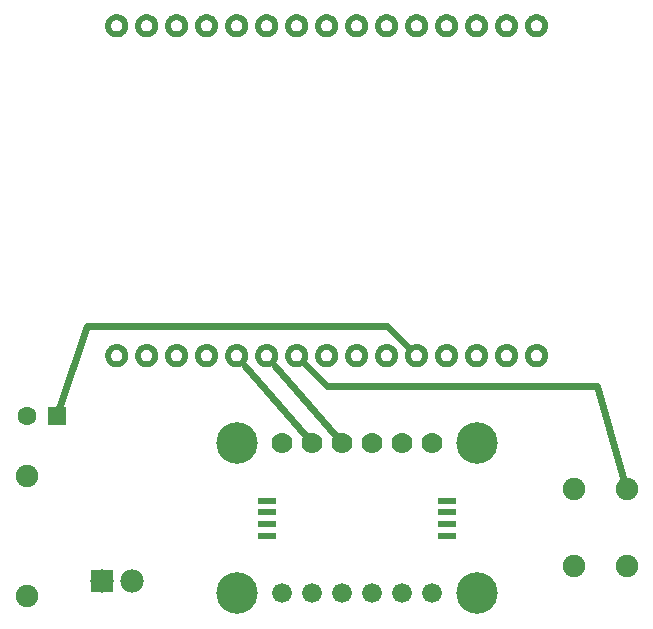
<source format=gbl>
G04 MADE WITH FRITZING*
G04 WWW.FRITZING.ORG*
G04 DOUBLE SIDED*
G04 HOLES PLATED*
G04 CONTOUR ON CENTER OF CONTOUR VECTOR*
%ASAXBY*%
%FSLAX23Y23*%
%MOIN*%
%OFA0B0*%
%SFA1.0B1.0*%
%ADD10C,0.078000*%
%ADD11C,0.138425*%
%ADD12C,0.066000*%
%ADD13C,0.070000*%
%ADD14C,0.075000*%
%ADD15C,0.062992*%
%ADD16R,0.078000X0.078000*%
%ADD17R,0.061024X0.023622*%
%ADD18R,0.062992X0.062992*%
%ADD19C,0.024000*%
%ADD20R,0.001000X0.001000*%
%LNCOPPER0*%
G90*
G70*
G54D10*
X398Y213D03*
X498Y213D03*
G54D11*
X849Y172D03*
X849Y672D03*
G54D12*
X1499Y172D03*
X1399Y172D03*
G54D11*
X1649Y172D03*
G54D12*
X1299Y172D03*
G54D11*
X1649Y672D03*
G54D12*
X1199Y172D03*
X1099Y172D03*
X999Y172D03*
G54D13*
X1499Y672D03*
X1399Y672D03*
X1299Y672D03*
X1199Y672D03*
X1099Y672D03*
X999Y672D03*
G54D14*
X148Y563D03*
X148Y163D03*
G54D15*
X247Y763D03*
X148Y763D03*
G54D14*
X1971Y263D03*
X1971Y519D03*
X2148Y263D03*
X2148Y519D03*
G54D16*
X398Y213D03*
G54D17*
X948Y481D03*
X948Y442D03*
X948Y403D03*
X948Y363D03*
X1550Y363D03*
X1550Y403D03*
X1550Y442D03*
X1550Y481D03*
G54D18*
X247Y763D03*
G54D19*
X347Y1063D02*
X255Y789D01*
D02*
X1348Y1063D02*
X347Y1063D01*
D02*
X1418Y993D02*
X1348Y1063D01*
D02*
X1149Y863D02*
X1078Y933D01*
D02*
X2048Y863D02*
X1149Y863D01*
D02*
X2140Y547D02*
X2048Y863D01*
D02*
X976Y931D02*
X1179Y696D01*
D02*
X876Y931D02*
X1079Y696D01*
G54D20*
X440Y2101D02*
X455Y2101D01*
X540Y2101D02*
X555Y2101D01*
X640Y2101D02*
X655Y2101D01*
X740Y2101D02*
X754Y2101D01*
X840Y2101D02*
X855Y2101D01*
X940Y2101D02*
X955Y2101D01*
X1040Y2101D02*
X1055Y2101D01*
X1140Y2101D02*
X1155Y2101D01*
X1240Y2101D02*
X1255Y2101D01*
X1340Y2101D02*
X1355Y2101D01*
X1440Y2101D02*
X1455Y2101D01*
X1540Y2101D02*
X1555Y2101D01*
X1640Y2101D02*
X1655Y2101D01*
X1740Y2101D02*
X1755Y2101D01*
X1840Y2101D02*
X1854Y2101D01*
X437Y2100D02*
X459Y2100D01*
X536Y2100D02*
X558Y2100D01*
X636Y2100D02*
X658Y2100D01*
X736Y2100D02*
X758Y2100D01*
X837Y2100D02*
X859Y2100D01*
X936Y2100D02*
X958Y2100D01*
X1036Y2100D02*
X1058Y2100D01*
X1136Y2100D02*
X1158Y2100D01*
X1236Y2100D02*
X1258Y2100D01*
X1336Y2100D02*
X1358Y2100D01*
X1436Y2100D02*
X1458Y2100D01*
X1536Y2100D02*
X1558Y2100D01*
X1636Y2100D02*
X1658Y2100D01*
X1736Y2100D02*
X1758Y2100D01*
X1836Y2100D02*
X1858Y2100D01*
X434Y2099D02*
X461Y2099D01*
X534Y2099D02*
X561Y2099D01*
X634Y2099D02*
X661Y2099D01*
X733Y2099D02*
X761Y2099D01*
X834Y2099D02*
X861Y2099D01*
X934Y2099D02*
X961Y2099D01*
X1034Y2099D02*
X1061Y2099D01*
X1134Y2099D02*
X1161Y2099D01*
X1234Y2099D02*
X1261Y2099D01*
X1334Y2099D02*
X1361Y2099D01*
X1434Y2099D02*
X1461Y2099D01*
X1534Y2099D02*
X1561Y2099D01*
X1633Y2099D02*
X1661Y2099D01*
X1733Y2099D02*
X1761Y2099D01*
X1833Y2099D02*
X1861Y2099D01*
X432Y2098D02*
X464Y2098D01*
X531Y2098D02*
X563Y2098D01*
X631Y2098D02*
X663Y2098D01*
X731Y2098D02*
X763Y2098D01*
X831Y2098D02*
X864Y2098D01*
X931Y2098D02*
X963Y2098D01*
X1031Y2098D02*
X1063Y2098D01*
X1131Y2098D02*
X1163Y2098D01*
X1231Y2098D02*
X1263Y2098D01*
X1331Y2098D02*
X1363Y2098D01*
X1431Y2098D02*
X1463Y2098D01*
X1531Y2098D02*
X1563Y2098D01*
X1631Y2098D02*
X1663Y2098D01*
X1731Y2098D02*
X1763Y2098D01*
X1831Y2098D02*
X1863Y2098D01*
X430Y2097D02*
X466Y2097D01*
X529Y2097D02*
X566Y2097D01*
X629Y2097D02*
X665Y2097D01*
X729Y2097D02*
X765Y2097D01*
X829Y2097D02*
X866Y2097D01*
X929Y2097D02*
X966Y2097D01*
X1029Y2097D02*
X1066Y2097D01*
X1129Y2097D02*
X1165Y2097D01*
X1229Y2097D02*
X1265Y2097D01*
X1329Y2097D02*
X1365Y2097D01*
X1429Y2097D02*
X1465Y2097D01*
X1529Y2097D02*
X1565Y2097D01*
X1629Y2097D02*
X1665Y2097D01*
X1729Y2097D02*
X1765Y2097D01*
X1829Y2097D02*
X1865Y2097D01*
X428Y2096D02*
X467Y2096D01*
X528Y2096D02*
X567Y2096D01*
X627Y2096D02*
X667Y2096D01*
X727Y2096D02*
X767Y2096D01*
X828Y2096D02*
X867Y2096D01*
X928Y2096D02*
X967Y2096D01*
X1028Y2096D02*
X1067Y2096D01*
X1128Y2096D02*
X1167Y2096D01*
X1228Y2096D02*
X1267Y2096D01*
X1328Y2096D02*
X1367Y2096D01*
X1427Y2096D02*
X1467Y2096D01*
X1527Y2096D02*
X1567Y2096D01*
X1627Y2096D02*
X1667Y2096D01*
X1727Y2096D02*
X1767Y2096D01*
X1827Y2096D02*
X1867Y2096D01*
X426Y2095D02*
X469Y2095D01*
X526Y2095D02*
X569Y2095D01*
X626Y2095D02*
X669Y2095D01*
X726Y2095D02*
X769Y2095D01*
X826Y2095D02*
X869Y2095D01*
X926Y2095D02*
X969Y2095D01*
X1026Y2095D02*
X1069Y2095D01*
X1126Y2095D02*
X1169Y2095D01*
X1226Y2095D02*
X1269Y2095D01*
X1326Y2095D02*
X1369Y2095D01*
X1426Y2095D02*
X1469Y2095D01*
X1526Y2095D02*
X1569Y2095D01*
X1626Y2095D02*
X1669Y2095D01*
X1726Y2095D02*
X1769Y2095D01*
X1826Y2095D02*
X1869Y2095D01*
X425Y2094D02*
X471Y2094D01*
X525Y2094D02*
X570Y2094D01*
X624Y2094D02*
X670Y2094D01*
X724Y2094D02*
X770Y2094D01*
X825Y2094D02*
X870Y2094D01*
X925Y2094D02*
X970Y2094D01*
X1025Y2094D02*
X1070Y2094D01*
X1125Y2094D02*
X1170Y2094D01*
X1225Y2094D02*
X1270Y2094D01*
X1324Y2094D02*
X1370Y2094D01*
X1424Y2094D02*
X1470Y2094D01*
X1524Y2094D02*
X1570Y2094D01*
X1624Y2094D02*
X1670Y2094D01*
X1724Y2094D02*
X1770Y2094D01*
X1824Y2094D02*
X1870Y2094D01*
X423Y2093D02*
X472Y2093D01*
X523Y2093D02*
X572Y2093D01*
X623Y2093D02*
X671Y2093D01*
X723Y2093D02*
X771Y2093D01*
X823Y2093D02*
X872Y2093D01*
X923Y2093D02*
X972Y2093D01*
X1023Y2093D02*
X1072Y2093D01*
X1123Y2093D02*
X1172Y2093D01*
X1223Y2093D02*
X1272Y2093D01*
X1323Y2093D02*
X1372Y2093D01*
X1423Y2093D02*
X1471Y2093D01*
X1523Y2093D02*
X1571Y2093D01*
X1623Y2093D02*
X1671Y2093D01*
X1723Y2093D02*
X1771Y2093D01*
X1823Y2093D02*
X1871Y2093D01*
X422Y2092D02*
X473Y2092D01*
X522Y2092D02*
X573Y2092D01*
X622Y2092D02*
X673Y2092D01*
X722Y2092D02*
X772Y2092D01*
X822Y2092D02*
X873Y2092D01*
X922Y2092D02*
X973Y2092D01*
X1022Y2092D02*
X1073Y2092D01*
X1122Y2092D02*
X1173Y2092D01*
X1222Y2092D02*
X1273Y2092D01*
X1322Y2092D02*
X1373Y2092D01*
X1422Y2092D02*
X1473Y2092D01*
X1522Y2092D02*
X1573Y2092D01*
X1622Y2092D02*
X1673Y2092D01*
X1722Y2092D02*
X1773Y2092D01*
X1822Y2092D02*
X1873Y2092D01*
X421Y2091D02*
X474Y2091D01*
X521Y2091D02*
X574Y2091D01*
X621Y2091D02*
X674Y2091D01*
X721Y2091D02*
X774Y2091D01*
X821Y2091D02*
X874Y2091D01*
X921Y2091D02*
X974Y2091D01*
X1021Y2091D02*
X1074Y2091D01*
X1121Y2091D02*
X1174Y2091D01*
X1221Y2091D02*
X1274Y2091D01*
X1321Y2091D02*
X1374Y2091D01*
X1421Y2091D02*
X1474Y2091D01*
X1521Y2091D02*
X1574Y2091D01*
X1621Y2091D02*
X1674Y2091D01*
X1721Y2091D02*
X1774Y2091D01*
X1821Y2091D02*
X1874Y2091D01*
X420Y2090D02*
X475Y2090D01*
X520Y2090D02*
X575Y2090D01*
X620Y2090D02*
X675Y2090D01*
X720Y2090D02*
X775Y2090D01*
X820Y2090D02*
X875Y2090D01*
X920Y2090D02*
X975Y2090D01*
X1020Y2090D02*
X1075Y2090D01*
X1120Y2090D02*
X1175Y2090D01*
X1220Y2090D02*
X1275Y2090D01*
X1320Y2090D02*
X1375Y2090D01*
X1420Y2090D02*
X1475Y2090D01*
X1520Y2090D02*
X1575Y2090D01*
X1620Y2090D02*
X1675Y2090D01*
X1720Y2090D02*
X1775Y2090D01*
X1820Y2090D02*
X1875Y2090D01*
X419Y2089D02*
X476Y2089D01*
X519Y2089D02*
X576Y2089D01*
X619Y2089D02*
X676Y2089D01*
X719Y2089D02*
X775Y2089D01*
X819Y2089D02*
X876Y2089D01*
X919Y2089D02*
X976Y2089D01*
X1019Y2089D02*
X1076Y2089D01*
X1119Y2089D02*
X1176Y2089D01*
X1219Y2089D02*
X1276Y2089D01*
X1319Y2089D02*
X1376Y2089D01*
X1419Y2089D02*
X1476Y2089D01*
X1519Y2089D02*
X1576Y2089D01*
X1619Y2089D02*
X1676Y2089D01*
X1719Y2089D02*
X1776Y2089D01*
X1819Y2089D02*
X1876Y2089D01*
X418Y2088D02*
X477Y2088D01*
X518Y2088D02*
X577Y2088D01*
X618Y2088D02*
X677Y2088D01*
X718Y2088D02*
X776Y2088D01*
X818Y2088D02*
X877Y2088D01*
X918Y2088D02*
X977Y2088D01*
X1018Y2088D02*
X1077Y2088D01*
X1118Y2088D02*
X1177Y2088D01*
X1218Y2088D02*
X1277Y2088D01*
X1318Y2088D02*
X1377Y2088D01*
X1418Y2088D02*
X1477Y2088D01*
X1518Y2088D02*
X1577Y2088D01*
X1618Y2088D02*
X1676Y2088D01*
X1718Y2088D02*
X1776Y2088D01*
X1818Y2088D02*
X1876Y2088D01*
X418Y2087D02*
X478Y2087D01*
X517Y2087D02*
X577Y2087D01*
X617Y2087D02*
X677Y2087D01*
X717Y2087D02*
X777Y2087D01*
X817Y2087D02*
X878Y2087D01*
X917Y2087D02*
X978Y2087D01*
X1017Y2087D02*
X1077Y2087D01*
X1117Y2087D02*
X1177Y2087D01*
X1217Y2087D02*
X1277Y2087D01*
X1317Y2087D02*
X1377Y2087D01*
X1417Y2087D02*
X1477Y2087D01*
X1517Y2087D02*
X1577Y2087D01*
X1617Y2087D02*
X1677Y2087D01*
X1717Y2087D02*
X1777Y2087D01*
X1817Y2087D02*
X1877Y2087D01*
X417Y2086D02*
X478Y2086D01*
X517Y2086D02*
X578Y2086D01*
X617Y2086D02*
X678Y2086D01*
X716Y2086D02*
X778Y2086D01*
X817Y2086D02*
X878Y2086D01*
X917Y2086D02*
X978Y2086D01*
X1017Y2086D02*
X1078Y2086D01*
X1117Y2086D02*
X1178Y2086D01*
X1217Y2086D02*
X1278Y2086D01*
X1317Y2086D02*
X1378Y2086D01*
X1417Y2086D02*
X1478Y2086D01*
X1516Y2086D02*
X1578Y2086D01*
X1616Y2086D02*
X1678Y2086D01*
X1716Y2086D02*
X1778Y2086D01*
X1816Y2086D02*
X1878Y2086D01*
X416Y2085D02*
X479Y2085D01*
X516Y2085D02*
X579Y2085D01*
X616Y2085D02*
X679Y2085D01*
X716Y2085D02*
X779Y2085D01*
X816Y2085D02*
X879Y2085D01*
X916Y2085D02*
X979Y2085D01*
X1016Y2085D02*
X1079Y2085D01*
X1116Y2085D02*
X1179Y2085D01*
X1216Y2085D02*
X1279Y2085D01*
X1316Y2085D02*
X1379Y2085D01*
X1416Y2085D02*
X1479Y2085D01*
X1516Y2085D02*
X1579Y2085D01*
X1616Y2085D02*
X1679Y2085D01*
X1716Y2085D02*
X1779Y2085D01*
X1816Y2085D02*
X1879Y2085D01*
X416Y2084D02*
X480Y2084D01*
X515Y2084D02*
X580Y2084D01*
X615Y2084D02*
X679Y2084D01*
X715Y2084D02*
X779Y2084D01*
X815Y2084D02*
X880Y2084D01*
X915Y2084D02*
X980Y2084D01*
X1015Y2084D02*
X1080Y2084D01*
X1115Y2084D02*
X1179Y2084D01*
X1215Y2084D02*
X1279Y2084D01*
X1315Y2084D02*
X1379Y2084D01*
X1415Y2084D02*
X1479Y2084D01*
X1515Y2084D02*
X1579Y2084D01*
X1615Y2084D02*
X1679Y2084D01*
X1715Y2084D02*
X1779Y2084D01*
X1815Y2084D02*
X1879Y2084D01*
X415Y2083D02*
X480Y2083D01*
X515Y2083D02*
X580Y2083D01*
X615Y2083D02*
X680Y2083D01*
X714Y2083D02*
X780Y2083D01*
X815Y2083D02*
X880Y2083D01*
X915Y2083D02*
X980Y2083D01*
X1015Y2083D02*
X1080Y2083D01*
X1115Y2083D02*
X1180Y2083D01*
X1215Y2083D02*
X1280Y2083D01*
X1315Y2083D02*
X1380Y2083D01*
X1415Y2083D02*
X1480Y2083D01*
X1515Y2083D02*
X1580Y2083D01*
X1615Y2083D02*
X1680Y2083D01*
X1714Y2083D02*
X1780Y2083D01*
X1814Y2083D02*
X1880Y2083D01*
X414Y2082D02*
X481Y2082D01*
X514Y2082D02*
X581Y2082D01*
X614Y2082D02*
X681Y2082D01*
X714Y2082D02*
X780Y2082D01*
X814Y2082D02*
X881Y2082D01*
X914Y2082D02*
X981Y2082D01*
X1014Y2082D02*
X1081Y2082D01*
X1114Y2082D02*
X1181Y2082D01*
X1214Y2082D02*
X1281Y2082D01*
X1314Y2082D02*
X1381Y2082D01*
X1414Y2082D02*
X1481Y2082D01*
X1514Y2082D02*
X1581Y2082D01*
X1614Y2082D02*
X1680Y2082D01*
X1714Y2082D02*
X1780Y2082D01*
X1814Y2082D02*
X1880Y2082D01*
X414Y2081D02*
X441Y2081D01*
X454Y2081D02*
X481Y2081D01*
X514Y2081D02*
X541Y2081D01*
X554Y2081D02*
X581Y2081D01*
X613Y2081D02*
X641Y2081D01*
X654Y2081D02*
X681Y2081D01*
X713Y2081D02*
X740Y2081D01*
X754Y2081D02*
X781Y2081D01*
X814Y2081D02*
X841Y2081D01*
X854Y2081D02*
X881Y2081D01*
X914Y2081D02*
X941Y2081D01*
X954Y2081D02*
X981Y2081D01*
X1014Y2081D02*
X1041Y2081D01*
X1054Y2081D02*
X1081Y2081D01*
X1114Y2081D02*
X1141Y2081D01*
X1154Y2081D02*
X1181Y2081D01*
X1214Y2081D02*
X1241Y2081D01*
X1254Y2081D02*
X1281Y2081D01*
X1314Y2081D02*
X1341Y2081D01*
X1354Y2081D02*
X1381Y2081D01*
X1413Y2081D02*
X1441Y2081D01*
X1454Y2081D02*
X1481Y2081D01*
X1513Y2081D02*
X1541Y2081D01*
X1554Y2081D02*
X1581Y2081D01*
X1613Y2081D02*
X1640Y2081D01*
X1654Y2081D02*
X1681Y2081D01*
X1713Y2081D02*
X1740Y2081D01*
X1754Y2081D02*
X1781Y2081D01*
X1813Y2081D02*
X1840Y2081D01*
X1854Y2081D02*
X1881Y2081D01*
X413Y2080D02*
X439Y2080D01*
X457Y2080D02*
X482Y2080D01*
X513Y2080D02*
X538Y2080D01*
X557Y2080D02*
X582Y2080D01*
X613Y2080D02*
X638Y2080D01*
X656Y2080D02*
X682Y2080D01*
X713Y2080D02*
X738Y2080D01*
X756Y2080D02*
X781Y2080D01*
X813Y2080D02*
X838Y2080D01*
X857Y2080D02*
X882Y2080D01*
X913Y2080D02*
X938Y2080D01*
X957Y2080D02*
X982Y2080D01*
X1013Y2080D02*
X1038Y2080D01*
X1057Y2080D02*
X1082Y2080D01*
X1113Y2080D02*
X1138Y2080D01*
X1156Y2080D02*
X1182Y2080D01*
X1213Y2080D02*
X1238Y2080D01*
X1256Y2080D02*
X1282Y2080D01*
X1313Y2080D02*
X1338Y2080D01*
X1356Y2080D02*
X1382Y2080D01*
X1413Y2080D02*
X1438Y2080D01*
X1456Y2080D02*
X1482Y2080D01*
X1513Y2080D02*
X1538Y2080D01*
X1556Y2080D02*
X1582Y2080D01*
X1613Y2080D02*
X1638Y2080D01*
X1656Y2080D02*
X1681Y2080D01*
X1713Y2080D02*
X1738Y2080D01*
X1756Y2080D02*
X1781Y2080D01*
X1813Y2080D02*
X1838Y2080D01*
X1856Y2080D02*
X1881Y2080D01*
X413Y2079D02*
X437Y2079D01*
X458Y2079D02*
X482Y2079D01*
X513Y2079D02*
X537Y2079D01*
X558Y2079D02*
X582Y2079D01*
X613Y2079D02*
X636Y2079D01*
X658Y2079D02*
X682Y2079D01*
X712Y2079D02*
X736Y2079D01*
X758Y2079D02*
X782Y2079D01*
X813Y2079D02*
X837Y2079D01*
X858Y2079D02*
X882Y2079D01*
X913Y2079D02*
X937Y2079D01*
X958Y2079D02*
X982Y2079D01*
X1013Y2079D02*
X1037Y2079D01*
X1058Y2079D02*
X1082Y2079D01*
X1113Y2079D02*
X1137Y2079D01*
X1158Y2079D02*
X1182Y2079D01*
X1213Y2079D02*
X1237Y2079D01*
X1258Y2079D02*
X1282Y2079D01*
X1313Y2079D02*
X1336Y2079D01*
X1358Y2079D02*
X1382Y2079D01*
X1413Y2079D02*
X1436Y2079D01*
X1458Y2079D02*
X1482Y2079D01*
X1512Y2079D02*
X1536Y2079D01*
X1558Y2079D02*
X1582Y2079D01*
X1612Y2079D02*
X1636Y2079D01*
X1658Y2079D02*
X1682Y2079D01*
X1712Y2079D02*
X1736Y2079D01*
X1758Y2079D02*
X1782Y2079D01*
X1812Y2079D02*
X1836Y2079D01*
X1858Y2079D02*
X1882Y2079D01*
X412Y2078D02*
X436Y2078D01*
X460Y2078D02*
X483Y2078D01*
X512Y2078D02*
X535Y2078D01*
X560Y2078D02*
X583Y2078D01*
X612Y2078D02*
X635Y2078D01*
X659Y2078D02*
X682Y2078D01*
X712Y2078D02*
X735Y2078D01*
X759Y2078D02*
X782Y2078D01*
X812Y2078D02*
X835Y2078D01*
X860Y2078D02*
X883Y2078D01*
X912Y2078D02*
X935Y2078D01*
X960Y2078D02*
X983Y2078D01*
X1012Y2078D02*
X1035Y2078D01*
X1060Y2078D02*
X1083Y2078D01*
X1112Y2078D02*
X1135Y2078D01*
X1159Y2078D02*
X1183Y2078D01*
X1212Y2078D02*
X1235Y2078D01*
X1259Y2078D02*
X1283Y2078D01*
X1312Y2078D02*
X1335Y2078D01*
X1359Y2078D02*
X1383Y2078D01*
X1412Y2078D02*
X1435Y2078D01*
X1459Y2078D02*
X1482Y2078D01*
X1512Y2078D02*
X1535Y2078D01*
X1559Y2078D02*
X1582Y2078D01*
X1612Y2078D02*
X1635Y2078D01*
X1659Y2078D02*
X1682Y2078D01*
X1712Y2078D02*
X1735Y2078D01*
X1759Y2078D02*
X1782Y2078D01*
X1812Y2078D02*
X1835Y2078D01*
X1859Y2078D02*
X1882Y2078D01*
X412Y2077D02*
X434Y2077D01*
X461Y2077D02*
X483Y2077D01*
X512Y2077D02*
X534Y2077D01*
X561Y2077D02*
X583Y2077D01*
X612Y2077D02*
X634Y2077D01*
X660Y2077D02*
X683Y2077D01*
X711Y2077D02*
X734Y2077D01*
X760Y2077D02*
X783Y2077D01*
X812Y2077D02*
X834Y2077D01*
X861Y2077D02*
X883Y2077D01*
X912Y2077D02*
X934Y2077D01*
X961Y2077D02*
X983Y2077D01*
X1012Y2077D02*
X1034Y2077D01*
X1061Y2077D02*
X1083Y2077D01*
X1112Y2077D02*
X1134Y2077D01*
X1161Y2077D02*
X1183Y2077D01*
X1212Y2077D02*
X1234Y2077D01*
X1261Y2077D02*
X1283Y2077D01*
X1312Y2077D02*
X1334Y2077D01*
X1361Y2077D02*
X1383Y2077D01*
X1412Y2077D02*
X1434Y2077D01*
X1461Y2077D02*
X1483Y2077D01*
X1512Y2077D02*
X1534Y2077D01*
X1560Y2077D02*
X1583Y2077D01*
X1612Y2077D02*
X1634Y2077D01*
X1660Y2077D02*
X1683Y2077D01*
X1712Y2077D02*
X1734Y2077D01*
X1760Y2077D02*
X1783Y2077D01*
X1812Y2077D02*
X1834Y2077D01*
X1860Y2077D02*
X1883Y2077D01*
X412Y2076D02*
X433Y2076D01*
X462Y2076D02*
X484Y2076D01*
X511Y2076D02*
X533Y2076D01*
X562Y2076D02*
X583Y2076D01*
X611Y2076D02*
X633Y2076D01*
X662Y2076D02*
X683Y2076D01*
X711Y2076D02*
X733Y2076D01*
X761Y2076D02*
X783Y2076D01*
X812Y2076D02*
X833Y2076D01*
X862Y2076D02*
X883Y2076D01*
X912Y2076D02*
X933Y2076D01*
X962Y2076D02*
X983Y2076D01*
X1011Y2076D02*
X1033Y2076D01*
X1062Y2076D02*
X1083Y2076D01*
X1111Y2076D02*
X1133Y2076D01*
X1162Y2076D02*
X1183Y2076D01*
X1211Y2076D02*
X1233Y2076D01*
X1262Y2076D02*
X1283Y2076D01*
X1311Y2076D02*
X1333Y2076D01*
X1362Y2076D02*
X1383Y2076D01*
X1411Y2076D02*
X1433Y2076D01*
X1462Y2076D02*
X1483Y2076D01*
X1511Y2076D02*
X1533Y2076D01*
X1562Y2076D02*
X1583Y2076D01*
X1611Y2076D02*
X1633Y2076D01*
X1661Y2076D02*
X1683Y2076D01*
X1711Y2076D02*
X1733Y2076D01*
X1761Y2076D02*
X1783Y2076D01*
X1811Y2076D02*
X1833Y2076D01*
X1861Y2076D02*
X1883Y2076D01*
X411Y2075D02*
X433Y2075D01*
X463Y2075D02*
X484Y2075D01*
X511Y2075D02*
X532Y2075D01*
X563Y2075D02*
X584Y2075D01*
X611Y2075D02*
X632Y2075D01*
X662Y2075D02*
X684Y2075D01*
X711Y2075D02*
X732Y2075D01*
X762Y2075D02*
X783Y2075D01*
X811Y2075D02*
X832Y2075D01*
X863Y2075D02*
X884Y2075D01*
X911Y2075D02*
X932Y2075D01*
X963Y2075D02*
X984Y2075D01*
X1011Y2075D02*
X1032Y2075D01*
X1063Y2075D02*
X1084Y2075D01*
X1111Y2075D02*
X1132Y2075D01*
X1163Y2075D02*
X1184Y2075D01*
X1211Y2075D02*
X1232Y2075D01*
X1262Y2075D02*
X1284Y2075D01*
X1311Y2075D02*
X1332Y2075D01*
X1362Y2075D02*
X1384Y2075D01*
X1411Y2075D02*
X1432Y2075D01*
X1462Y2075D02*
X1484Y2075D01*
X1511Y2075D02*
X1532Y2075D01*
X1562Y2075D02*
X1584Y2075D01*
X1611Y2075D02*
X1632Y2075D01*
X1662Y2075D02*
X1684Y2075D01*
X1711Y2075D02*
X1732Y2075D01*
X1762Y2075D02*
X1784Y2075D01*
X1811Y2075D02*
X1832Y2075D01*
X1862Y2075D02*
X1883Y2075D01*
X411Y2074D02*
X432Y2074D01*
X464Y2074D02*
X484Y2074D01*
X511Y2074D02*
X531Y2074D01*
X563Y2074D02*
X584Y2074D01*
X611Y2074D02*
X631Y2074D01*
X663Y2074D02*
X684Y2074D01*
X710Y2074D02*
X731Y2074D01*
X763Y2074D02*
X784Y2074D01*
X811Y2074D02*
X832Y2074D01*
X864Y2074D02*
X884Y2074D01*
X911Y2074D02*
X931Y2074D01*
X963Y2074D02*
X984Y2074D01*
X1011Y2074D02*
X1031Y2074D01*
X1063Y2074D02*
X1084Y2074D01*
X1111Y2074D02*
X1131Y2074D01*
X1163Y2074D02*
X1184Y2074D01*
X1211Y2074D02*
X1231Y2074D01*
X1263Y2074D02*
X1284Y2074D01*
X1311Y2074D02*
X1331Y2074D01*
X1363Y2074D02*
X1384Y2074D01*
X1411Y2074D02*
X1431Y2074D01*
X1463Y2074D02*
X1484Y2074D01*
X1511Y2074D02*
X1531Y2074D01*
X1563Y2074D02*
X1584Y2074D01*
X1611Y2074D02*
X1631Y2074D01*
X1663Y2074D02*
X1684Y2074D01*
X1711Y2074D02*
X1731Y2074D01*
X1763Y2074D02*
X1784Y2074D01*
X1810Y2074D02*
X1831Y2074D01*
X1863Y2074D02*
X1884Y2074D01*
X411Y2073D02*
X431Y2073D01*
X464Y2073D02*
X485Y2073D01*
X511Y2073D02*
X531Y2073D01*
X564Y2073D02*
X584Y2073D01*
X610Y2073D02*
X631Y2073D01*
X664Y2073D02*
X684Y2073D01*
X710Y2073D02*
X730Y2073D01*
X764Y2073D02*
X784Y2073D01*
X811Y2073D02*
X831Y2073D01*
X864Y2073D02*
X884Y2073D01*
X911Y2073D02*
X931Y2073D01*
X964Y2073D02*
X984Y2073D01*
X1011Y2073D02*
X1031Y2073D01*
X1064Y2073D02*
X1084Y2073D01*
X1110Y2073D02*
X1131Y2073D01*
X1164Y2073D02*
X1184Y2073D01*
X1210Y2073D02*
X1231Y2073D01*
X1264Y2073D02*
X1284Y2073D01*
X1310Y2073D02*
X1331Y2073D01*
X1364Y2073D02*
X1384Y2073D01*
X1410Y2073D02*
X1431Y2073D01*
X1464Y2073D02*
X1484Y2073D01*
X1510Y2073D02*
X1531Y2073D01*
X1564Y2073D02*
X1584Y2073D01*
X1610Y2073D02*
X1630Y2073D01*
X1664Y2073D02*
X1684Y2073D01*
X1710Y2073D02*
X1730Y2073D01*
X1764Y2073D02*
X1784Y2073D01*
X1810Y2073D02*
X1830Y2073D01*
X1864Y2073D02*
X1884Y2073D01*
X410Y2072D02*
X430Y2072D01*
X465Y2072D02*
X485Y2072D01*
X510Y2072D02*
X530Y2072D01*
X565Y2072D02*
X585Y2072D01*
X610Y2072D02*
X630Y2072D01*
X665Y2072D02*
X684Y2072D01*
X710Y2072D02*
X730Y2072D01*
X764Y2072D02*
X784Y2072D01*
X810Y2072D02*
X830Y2072D01*
X865Y2072D02*
X885Y2072D01*
X910Y2072D02*
X930Y2072D01*
X965Y2072D02*
X985Y2072D01*
X1010Y2072D02*
X1030Y2072D01*
X1065Y2072D02*
X1085Y2072D01*
X1110Y2072D02*
X1130Y2072D01*
X1165Y2072D02*
X1185Y2072D01*
X1210Y2072D02*
X1230Y2072D01*
X1265Y2072D02*
X1285Y2072D01*
X1310Y2072D02*
X1330Y2072D01*
X1365Y2072D02*
X1385Y2072D01*
X1410Y2072D02*
X1430Y2072D01*
X1465Y2072D02*
X1484Y2072D01*
X1510Y2072D02*
X1530Y2072D01*
X1565Y2072D02*
X1584Y2072D01*
X1610Y2072D02*
X1630Y2072D01*
X1664Y2072D02*
X1684Y2072D01*
X1710Y2072D02*
X1730Y2072D01*
X1764Y2072D02*
X1784Y2072D01*
X1810Y2072D02*
X1830Y2072D01*
X1864Y2072D02*
X1884Y2072D01*
X410Y2071D02*
X430Y2071D01*
X466Y2071D02*
X485Y2071D01*
X510Y2071D02*
X530Y2071D01*
X565Y2071D02*
X585Y2071D01*
X610Y2071D02*
X629Y2071D01*
X665Y2071D02*
X685Y2071D01*
X710Y2071D02*
X729Y2071D01*
X765Y2071D02*
X785Y2071D01*
X810Y2071D02*
X830Y2071D01*
X865Y2071D02*
X885Y2071D01*
X910Y2071D02*
X930Y2071D01*
X965Y2071D02*
X985Y2071D01*
X1010Y2071D02*
X1030Y2071D01*
X1065Y2071D02*
X1085Y2071D01*
X1110Y2071D02*
X1130Y2071D01*
X1165Y2071D02*
X1185Y2071D01*
X1210Y2071D02*
X1230Y2071D01*
X1265Y2071D02*
X1285Y2071D01*
X1310Y2071D02*
X1329Y2071D01*
X1365Y2071D02*
X1385Y2071D01*
X1410Y2071D02*
X1429Y2071D01*
X1465Y2071D02*
X1485Y2071D01*
X1510Y2071D02*
X1529Y2071D01*
X1565Y2071D02*
X1585Y2071D01*
X1610Y2071D02*
X1629Y2071D01*
X1665Y2071D02*
X1685Y2071D01*
X1710Y2071D02*
X1729Y2071D01*
X1765Y2071D02*
X1785Y2071D01*
X1810Y2071D02*
X1829Y2071D01*
X1865Y2071D02*
X1885Y2071D01*
X410Y2070D02*
X429Y2070D01*
X466Y2070D02*
X485Y2070D01*
X510Y2070D02*
X529Y2070D01*
X566Y2070D02*
X585Y2070D01*
X610Y2070D02*
X629Y2070D01*
X666Y2070D02*
X685Y2070D01*
X709Y2070D02*
X729Y2070D01*
X765Y2070D02*
X785Y2070D01*
X810Y2070D02*
X829Y2070D01*
X866Y2070D02*
X885Y2070D01*
X910Y2070D02*
X929Y2070D01*
X966Y2070D02*
X985Y2070D01*
X1010Y2070D02*
X1029Y2070D01*
X1066Y2070D02*
X1085Y2070D01*
X1110Y2070D02*
X1129Y2070D01*
X1166Y2070D02*
X1185Y2070D01*
X1210Y2070D02*
X1229Y2070D01*
X1266Y2070D02*
X1285Y2070D01*
X1310Y2070D02*
X1329Y2070D01*
X1366Y2070D02*
X1385Y2070D01*
X1410Y2070D02*
X1429Y2070D01*
X1466Y2070D02*
X1485Y2070D01*
X1510Y2070D02*
X1529Y2070D01*
X1566Y2070D02*
X1585Y2070D01*
X1610Y2070D02*
X1629Y2070D01*
X1666Y2070D02*
X1685Y2070D01*
X1710Y2070D02*
X1729Y2070D01*
X1765Y2070D02*
X1785Y2070D01*
X1809Y2070D02*
X1829Y2070D01*
X1865Y2070D02*
X1885Y2070D01*
X410Y2069D02*
X429Y2069D01*
X466Y2069D02*
X486Y2069D01*
X510Y2069D02*
X529Y2069D01*
X566Y2069D02*
X585Y2069D01*
X609Y2069D02*
X629Y2069D01*
X666Y2069D02*
X685Y2069D01*
X709Y2069D02*
X729Y2069D01*
X766Y2069D02*
X785Y2069D01*
X810Y2069D02*
X829Y2069D01*
X866Y2069D02*
X885Y2069D01*
X910Y2069D02*
X929Y2069D01*
X966Y2069D02*
X985Y2069D01*
X1010Y2069D02*
X1029Y2069D01*
X1066Y2069D02*
X1085Y2069D01*
X1110Y2069D02*
X1129Y2069D01*
X1166Y2069D02*
X1185Y2069D01*
X1210Y2069D02*
X1229Y2069D01*
X1266Y2069D02*
X1285Y2069D01*
X1309Y2069D02*
X1329Y2069D01*
X1366Y2069D02*
X1385Y2069D01*
X1409Y2069D02*
X1429Y2069D01*
X1466Y2069D02*
X1485Y2069D01*
X1509Y2069D02*
X1529Y2069D01*
X1566Y2069D02*
X1585Y2069D01*
X1609Y2069D02*
X1629Y2069D01*
X1666Y2069D02*
X1685Y2069D01*
X1709Y2069D02*
X1729Y2069D01*
X1766Y2069D02*
X1785Y2069D01*
X1809Y2069D02*
X1829Y2069D01*
X1866Y2069D02*
X1885Y2069D01*
X410Y2068D02*
X429Y2068D01*
X467Y2068D02*
X486Y2068D01*
X509Y2068D02*
X529Y2068D01*
X566Y2068D02*
X585Y2068D01*
X609Y2068D02*
X628Y2068D01*
X666Y2068D02*
X685Y2068D01*
X709Y2068D02*
X728Y2068D01*
X766Y2068D02*
X785Y2068D01*
X810Y2068D02*
X829Y2068D01*
X866Y2068D02*
X886Y2068D01*
X909Y2068D02*
X929Y2068D01*
X966Y2068D02*
X985Y2068D01*
X1009Y2068D02*
X1029Y2068D01*
X1066Y2068D02*
X1085Y2068D01*
X1109Y2068D02*
X1129Y2068D01*
X1166Y2068D02*
X1185Y2068D01*
X1209Y2068D02*
X1228Y2068D01*
X1266Y2068D02*
X1285Y2068D01*
X1309Y2068D02*
X1328Y2068D01*
X1366Y2068D02*
X1385Y2068D01*
X1409Y2068D02*
X1428Y2068D01*
X1466Y2068D02*
X1485Y2068D01*
X1509Y2068D02*
X1528Y2068D01*
X1566Y2068D02*
X1585Y2068D01*
X1609Y2068D02*
X1628Y2068D01*
X1666Y2068D02*
X1685Y2068D01*
X1709Y2068D02*
X1728Y2068D01*
X1766Y2068D02*
X1785Y2068D01*
X1809Y2068D02*
X1828Y2068D01*
X1866Y2068D02*
X1885Y2068D01*
X409Y2067D02*
X429Y2067D01*
X467Y2067D02*
X486Y2067D01*
X509Y2067D02*
X528Y2067D01*
X567Y2067D02*
X586Y2067D01*
X609Y2067D02*
X628Y2067D01*
X666Y2067D02*
X685Y2067D01*
X709Y2067D02*
X728Y2067D01*
X766Y2067D02*
X785Y2067D01*
X809Y2067D02*
X828Y2067D01*
X867Y2067D02*
X886Y2067D01*
X909Y2067D02*
X928Y2067D01*
X967Y2067D02*
X986Y2067D01*
X1009Y2067D02*
X1028Y2067D01*
X1067Y2067D02*
X1086Y2067D01*
X1109Y2067D02*
X1128Y2067D01*
X1167Y2067D02*
X1186Y2067D01*
X1209Y2067D02*
X1228Y2067D01*
X1266Y2067D02*
X1286Y2067D01*
X1309Y2067D02*
X1328Y2067D01*
X1366Y2067D02*
X1385Y2067D01*
X1409Y2067D02*
X1428Y2067D01*
X1466Y2067D02*
X1485Y2067D01*
X1509Y2067D02*
X1528Y2067D01*
X1566Y2067D02*
X1585Y2067D01*
X1609Y2067D02*
X1628Y2067D01*
X1666Y2067D02*
X1685Y2067D01*
X1709Y2067D02*
X1728Y2067D01*
X1766Y2067D02*
X1785Y2067D01*
X1809Y2067D02*
X1828Y2067D01*
X1866Y2067D02*
X1885Y2067D01*
X409Y2066D02*
X428Y2066D01*
X467Y2066D02*
X486Y2066D01*
X509Y2066D02*
X528Y2066D01*
X567Y2066D02*
X586Y2066D01*
X609Y2066D02*
X628Y2066D01*
X667Y2066D02*
X686Y2066D01*
X709Y2066D02*
X728Y2066D01*
X766Y2066D02*
X785Y2066D01*
X809Y2066D02*
X828Y2066D01*
X867Y2066D02*
X886Y2066D01*
X909Y2066D02*
X928Y2066D01*
X967Y2066D02*
X986Y2066D01*
X1009Y2066D02*
X1028Y2066D01*
X1067Y2066D02*
X1086Y2066D01*
X1109Y2066D02*
X1128Y2066D01*
X1167Y2066D02*
X1186Y2066D01*
X1209Y2066D02*
X1228Y2066D01*
X1267Y2066D02*
X1286Y2066D01*
X1309Y2066D02*
X1328Y2066D01*
X1367Y2066D02*
X1386Y2066D01*
X1409Y2066D02*
X1428Y2066D01*
X1467Y2066D02*
X1486Y2066D01*
X1509Y2066D02*
X1528Y2066D01*
X1566Y2066D02*
X1586Y2066D01*
X1609Y2066D02*
X1628Y2066D01*
X1666Y2066D02*
X1685Y2066D01*
X1709Y2066D02*
X1728Y2066D01*
X1766Y2066D02*
X1785Y2066D01*
X1809Y2066D02*
X1828Y2066D01*
X1866Y2066D02*
X1885Y2066D01*
X409Y2065D02*
X428Y2065D01*
X467Y2065D02*
X486Y2065D01*
X509Y2065D02*
X528Y2065D01*
X567Y2065D02*
X586Y2065D01*
X609Y2065D02*
X628Y2065D01*
X667Y2065D02*
X686Y2065D01*
X709Y2065D02*
X728Y2065D01*
X766Y2065D02*
X785Y2065D01*
X809Y2065D02*
X828Y2065D01*
X867Y2065D02*
X886Y2065D01*
X909Y2065D02*
X928Y2065D01*
X967Y2065D02*
X986Y2065D01*
X1009Y2065D02*
X1028Y2065D01*
X1067Y2065D02*
X1086Y2065D01*
X1109Y2065D02*
X1128Y2065D01*
X1167Y2065D02*
X1186Y2065D01*
X1209Y2065D02*
X1228Y2065D01*
X1267Y2065D02*
X1286Y2065D01*
X1309Y2065D02*
X1328Y2065D01*
X1367Y2065D02*
X1386Y2065D01*
X1409Y2065D02*
X1428Y2065D01*
X1467Y2065D02*
X1486Y2065D01*
X1509Y2065D02*
X1528Y2065D01*
X1567Y2065D02*
X1586Y2065D01*
X1609Y2065D02*
X1628Y2065D01*
X1667Y2065D02*
X1686Y2065D01*
X1709Y2065D02*
X1728Y2065D01*
X1766Y2065D02*
X1785Y2065D01*
X1809Y2065D02*
X1828Y2065D01*
X1866Y2065D02*
X1885Y2065D01*
X409Y2064D02*
X428Y2064D01*
X467Y2064D02*
X486Y2064D01*
X509Y2064D02*
X528Y2064D01*
X567Y2064D02*
X586Y2064D01*
X609Y2064D02*
X628Y2064D01*
X667Y2064D02*
X686Y2064D01*
X709Y2064D02*
X728Y2064D01*
X766Y2064D02*
X785Y2064D01*
X809Y2064D02*
X828Y2064D01*
X867Y2064D02*
X886Y2064D01*
X909Y2064D02*
X928Y2064D01*
X967Y2064D02*
X986Y2064D01*
X1009Y2064D02*
X1028Y2064D01*
X1067Y2064D02*
X1086Y2064D01*
X1109Y2064D02*
X1128Y2064D01*
X1167Y2064D02*
X1186Y2064D01*
X1209Y2064D02*
X1228Y2064D01*
X1267Y2064D02*
X1286Y2064D01*
X1309Y2064D02*
X1328Y2064D01*
X1367Y2064D02*
X1386Y2064D01*
X1409Y2064D02*
X1428Y2064D01*
X1467Y2064D02*
X1486Y2064D01*
X1509Y2064D02*
X1528Y2064D01*
X1567Y2064D02*
X1586Y2064D01*
X1609Y2064D02*
X1628Y2064D01*
X1667Y2064D02*
X1686Y2064D01*
X1709Y2064D02*
X1728Y2064D01*
X1767Y2064D02*
X1786Y2064D01*
X1809Y2064D02*
X1828Y2064D01*
X1867Y2064D02*
X1886Y2064D01*
X409Y2063D02*
X428Y2063D01*
X467Y2063D02*
X486Y2063D01*
X509Y2063D02*
X528Y2063D01*
X567Y2063D02*
X586Y2063D01*
X609Y2063D02*
X628Y2063D01*
X667Y2063D02*
X686Y2063D01*
X709Y2063D02*
X728Y2063D01*
X767Y2063D02*
X785Y2063D01*
X809Y2063D02*
X828Y2063D01*
X867Y2063D02*
X886Y2063D01*
X909Y2063D02*
X928Y2063D01*
X967Y2063D02*
X986Y2063D01*
X1009Y2063D02*
X1028Y2063D01*
X1067Y2063D02*
X1086Y2063D01*
X1109Y2063D02*
X1128Y2063D01*
X1167Y2063D02*
X1186Y2063D01*
X1209Y2063D02*
X1228Y2063D01*
X1267Y2063D02*
X1286Y2063D01*
X1309Y2063D02*
X1328Y2063D01*
X1367Y2063D02*
X1386Y2063D01*
X1409Y2063D02*
X1428Y2063D01*
X1467Y2063D02*
X1486Y2063D01*
X1509Y2063D02*
X1528Y2063D01*
X1567Y2063D02*
X1586Y2063D01*
X1609Y2063D02*
X1628Y2063D01*
X1667Y2063D02*
X1686Y2063D01*
X1709Y2063D02*
X1728Y2063D01*
X1767Y2063D02*
X1786Y2063D01*
X1809Y2063D02*
X1828Y2063D01*
X1867Y2063D02*
X1886Y2063D01*
X409Y2062D02*
X428Y2062D01*
X467Y2062D02*
X486Y2062D01*
X509Y2062D02*
X528Y2062D01*
X567Y2062D02*
X586Y2062D01*
X609Y2062D02*
X628Y2062D01*
X667Y2062D02*
X686Y2062D01*
X709Y2062D02*
X728Y2062D01*
X766Y2062D02*
X785Y2062D01*
X809Y2062D02*
X828Y2062D01*
X867Y2062D02*
X886Y2062D01*
X909Y2062D02*
X928Y2062D01*
X967Y2062D02*
X986Y2062D01*
X1009Y2062D02*
X1028Y2062D01*
X1067Y2062D02*
X1086Y2062D01*
X1109Y2062D02*
X1128Y2062D01*
X1167Y2062D02*
X1186Y2062D01*
X1209Y2062D02*
X1228Y2062D01*
X1267Y2062D02*
X1286Y2062D01*
X1309Y2062D02*
X1328Y2062D01*
X1367Y2062D02*
X1386Y2062D01*
X1409Y2062D02*
X1428Y2062D01*
X1467Y2062D02*
X1486Y2062D01*
X1509Y2062D02*
X1528Y2062D01*
X1567Y2062D02*
X1586Y2062D01*
X1609Y2062D02*
X1628Y2062D01*
X1667Y2062D02*
X1686Y2062D01*
X1709Y2062D02*
X1728Y2062D01*
X1767Y2062D02*
X1786Y2062D01*
X1809Y2062D02*
X1828Y2062D01*
X1867Y2062D02*
X1886Y2062D01*
X409Y2061D02*
X428Y2061D01*
X467Y2061D02*
X486Y2061D01*
X509Y2061D02*
X528Y2061D01*
X567Y2061D02*
X586Y2061D01*
X609Y2061D02*
X628Y2061D01*
X667Y2061D02*
X686Y2061D01*
X709Y2061D02*
X728Y2061D01*
X766Y2061D02*
X785Y2061D01*
X809Y2061D02*
X828Y2061D01*
X867Y2061D02*
X886Y2061D01*
X909Y2061D02*
X928Y2061D01*
X967Y2061D02*
X986Y2061D01*
X1009Y2061D02*
X1028Y2061D01*
X1067Y2061D02*
X1086Y2061D01*
X1109Y2061D02*
X1128Y2061D01*
X1167Y2061D02*
X1186Y2061D01*
X1209Y2061D02*
X1228Y2061D01*
X1267Y2061D02*
X1286Y2061D01*
X1309Y2061D02*
X1328Y2061D01*
X1367Y2061D02*
X1386Y2061D01*
X1409Y2061D02*
X1428Y2061D01*
X1467Y2061D02*
X1486Y2061D01*
X1509Y2061D02*
X1528Y2061D01*
X1567Y2061D02*
X1586Y2061D01*
X1609Y2061D02*
X1628Y2061D01*
X1667Y2061D02*
X1686Y2061D01*
X1709Y2061D02*
X1728Y2061D01*
X1766Y2061D02*
X1785Y2061D01*
X1809Y2061D02*
X1828Y2061D01*
X1866Y2061D02*
X1885Y2061D01*
X409Y2060D02*
X428Y2060D01*
X467Y2060D02*
X486Y2060D01*
X509Y2060D02*
X528Y2060D01*
X567Y2060D02*
X586Y2060D01*
X609Y2060D02*
X628Y2060D01*
X667Y2060D02*
X686Y2060D01*
X709Y2060D02*
X728Y2060D01*
X766Y2060D02*
X785Y2060D01*
X809Y2060D02*
X828Y2060D01*
X867Y2060D02*
X886Y2060D01*
X909Y2060D02*
X928Y2060D01*
X967Y2060D02*
X986Y2060D01*
X1009Y2060D02*
X1028Y2060D01*
X1067Y2060D02*
X1086Y2060D01*
X1109Y2060D02*
X1128Y2060D01*
X1167Y2060D02*
X1186Y2060D01*
X1209Y2060D02*
X1228Y2060D01*
X1267Y2060D02*
X1286Y2060D01*
X1309Y2060D02*
X1328Y2060D01*
X1367Y2060D02*
X1386Y2060D01*
X1409Y2060D02*
X1428Y2060D01*
X1467Y2060D02*
X1486Y2060D01*
X1509Y2060D02*
X1528Y2060D01*
X1566Y2060D02*
X1585Y2060D01*
X1609Y2060D02*
X1628Y2060D01*
X1666Y2060D02*
X1685Y2060D01*
X1709Y2060D02*
X1728Y2060D01*
X1766Y2060D02*
X1785Y2060D01*
X1809Y2060D02*
X1828Y2060D01*
X1866Y2060D02*
X1885Y2060D01*
X409Y2059D02*
X429Y2059D01*
X467Y2059D02*
X486Y2059D01*
X509Y2059D02*
X528Y2059D01*
X567Y2059D02*
X586Y2059D01*
X609Y2059D02*
X628Y2059D01*
X666Y2059D02*
X685Y2059D01*
X709Y2059D02*
X728Y2059D01*
X766Y2059D02*
X785Y2059D01*
X809Y2059D02*
X828Y2059D01*
X867Y2059D02*
X886Y2059D01*
X909Y2059D02*
X928Y2059D01*
X967Y2059D02*
X986Y2059D01*
X1009Y2059D02*
X1028Y2059D01*
X1067Y2059D02*
X1086Y2059D01*
X1109Y2059D02*
X1128Y2059D01*
X1167Y2059D02*
X1186Y2059D01*
X1209Y2059D02*
X1228Y2059D01*
X1266Y2059D02*
X1286Y2059D01*
X1309Y2059D02*
X1328Y2059D01*
X1366Y2059D02*
X1385Y2059D01*
X1409Y2059D02*
X1428Y2059D01*
X1466Y2059D02*
X1485Y2059D01*
X1509Y2059D02*
X1528Y2059D01*
X1566Y2059D02*
X1585Y2059D01*
X1609Y2059D02*
X1628Y2059D01*
X1666Y2059D02*
X1685Y2059D01*
X1709Y2059D02*
X1728Y2059D01*
X1766Y2059D02*
X1785Y2059D01*
X1809Y2059D02*
X1828Y2059D01*
X1866Y2059D02*
X1885Y2059D01*
X410Y2058D02*
X429Y2058D01*
X467Y2058D02*
X486Y2058D01*
X509Y2058D02*
X529Y2058D01*
X566Y2058D02*
X585Y2058D01*
X609Y2058D02*
X628Y2058D01*
X666Y2058D02*
X685Y2058D01*
X709Y2058D02*
X728Y2058D01*
X766Y2058D02*
X785Y2058D01*
X810Y2058D02*
X829Y2058D01*
X866Y2058D02*
X886Y2058D01*
X909Y2058D02*
X929Y2058D01*
X966Y2058D02*
X985Y2058D01*
X1009Y2058D02*
X1029Y2058D01*
X1066Y2058D02*
X1085Y2058D01*
X1109Y2058D02*
X1129Y2058D01*
X1166Y2058D02*
X1185Y2058D01*
X1209Y2058D02*
X1228Y2058D01*
X1266Y2058D02*
X1285Y2058D01*
X1309Y2058D02*
X1328Y2058D01*
X1366Y2058D02*
X1385Y2058D01*
X1409Y2058D02*
X1428Y2058D01*
X1466Y2058D02*
X1485Y2058D01*
X1509Y2058D02*
X1528Y2058D01*
X1566Y2058D02*
X1585Y2058D01*
X1609Y2058D02*
X1628Y2058D01*
X1666Y2058D02*
X1685Y2058D01*
X1709Y2058D02*
X1728Y2058D01*
X1766Y2058D02*
X1785Y2058D01*
X1809Y2058D02*
X1828Y2058D01*
X1866Y2058D02*
X1885Y2058D01*
X410Y2057D02*
X429Y2057D01*
X466Y2057D02*
X485Y2057D01*
X510Y2057D02*
X529Y2057D01*
X566Y2057D02*
X585Y2057D01*
X609Y2057D02*
X629Y2057D01*
X666Y2057D02*
X685Y2057D01*
X709Y2057D02*
X729Y2057D01*
X766Y2057D02*
X785Y2057D01*
X810Y2057D02*
X829Y2057D01*
X866Y2057D02*
X885Y2057D01*
X910Y2057D02*
X929Y2057D01*
X966Y2057D02*
X985Y2057D01*
X1010Y2057D02*
X1029Y2057D01*
X1066Y2057D02*
X1085Y2057D01*
X1110Y2057D02*
X1129Y2057D01*
X1166Y2057D02*
X1185Y2057D01*
X1210Y2057D02*
X1229Y2057D01*
X1266Y2057D02*
X1285Y2057D01*
X1309Y2057D02*
X1329Y2057D01*
X1366Y2057D02*
X1385Y2057D01*
X1409Y2057D02*
X1429Y2057D01*
X1466Y2057D02*
X1485Y2057D01*
X1509Y2057D02*
X1529Y2057D01*
X1566Y2057D02*
X1585Y2057D01*
X1609Y2057D02*
X1629Y2057D01*
X1666Y2057D02*
X1685Y2057D01*
X1709Y2057D02*
X1729Y2057D01*
X1766Y2057D02*
X1785Y2057D01*
X1809Y2057D02*
X1829Y2057D01*
X1866Y2057D02*
X1885Y2057D01*
X410Y2056D02*
X429Y2056D01*
X466Y2056D02*
X485Y2056D01*
X510Y2056D02*
X529Y2056D01*
X566Y2056D02*
X585Y2056D01*
X610Y2056D02*
X629Y2056D01*
X666Y2056D02*
X685Y2056D01*
X709Y2056D02*
X729Y2056D01*
X765Y2056D02*
X785Y2056D01*
X810Y2056D02*
X829Y2056D01*
X866Y2056D02*
X885Y2056D01*
X910Y2056D02*
X929Y2056D01*
X966Y2056D02*
X985Y2056D01*
X1010Y2056D02*
X1029Y2056D01*
X1066Y2056D02*
X1085Y2056D01*
X1110Y2056D02*
X1129Y2056D01*
X1166Y2056D02*
X1185Y2056D01*
X1210Y2056D02*
X1229Y2056D01*
X1266Y2056D02*
X1285Y2056D01*
X1310Y2056D02*
X1329Y2056D01*
X1366Y2056D02*
X1385Y2056D01*
X1410Y2056D02*
X1429Y2056D01*
X1466Y2056D02*
X1485Y2056D01*
X1510Y2056D02*
X1529Y2056D01*
X1566Y2056D02*
X1585Y2056D01*
X1610Y2056D02*
X1629Y2056D01*
X1665Y2056D02*
X1685Y2056D01*
X1710Y2056D02*
X1729Y2056D01*
X1765Y2056D02*
X1785Y2056D01*
X1809Y2056D02*
X1829Y2056D01*
X1865Y2056D02*
X1885Y2056D01*
X410Y2055D02*
X430Y2055D01*
X465Y2055D02*
X485Y2055D01*
X510Y2055D02*
X530Y2055D01*
X565Y2055D02*
X585Y2055D01*
X610Y2055D02*
X629Y2055D01*
X665Y2055D02*
X685Y2055D01*
X710Y2055D02*
X729Y2055D01*
X765Y2055D02*
X785Y2055D01*
X810Y2055D02*
X830Y2055D01*
X865Y2055D02*
X885Y2055D01*
X910Y2055D02*
X930Y2055D01*
X965Y2055D02*
X985Y2055D01*
X1010Y2055D02*
X1030Y2055D01*
X1065Y2055D02*
X1085Y2055D01*
X1110Y2055D02*
X1130Y2055D01*
X1165Y2055D02*
X1185Y2055D01*
X1210Y2055D02*
X1230Y2055D01*
X1265Y2055D02*
X1285Y2055D01*
X1310Y2055D02*
X1330Y2055D01*
X1365Y2055D02*
X1385Y2055D01*
X1410Y2055D02*
X1429Y2055D01*
X1465Y2055D02*
X1485Y2055D01*
X1510Y2055D02*
X1529Y2055D01*
X1565Y2055D02*
X1585Y2055D01*
X1610Y2055D02*
X1629Y2055D01*
X1665Y2055D02*
X1685Y2055D01*
X1710Y2055D02*
X1729Y2055D01*
X1765Y2055D02*
X1785Y2055D01*
X1810Y2055D02*
X1829Y2055D01*
X1865Y2055D02*
X1885Y2055D01*
X410Y2054D02*
X430Y2054D01*
X465Y2054D02*
X485Y2054D01*
X510Y2054D02*
X530Y2054D01*
X565Y2054D02*
X585Y2054D01*
X610Y2054D02*
X630Y2054D01*
X665Y2054D02*
X684Y2054D01*
X710Y2054D02*
X730Y2054D01*
X764Y2054D02*
X784Y2054D01*
X810Y2054D02*
X830Y2054D01*
X865Y2054D02*
X885Y2054D01*
X910Y2054D02*
X930Y2054D01*
X965Y2054D02*
X985Y2054D01*
X1010Y2054D02*
X1030Y2054D01*
X1065Y2054D02*
X1085Y2054D01*
X1110Y2054D02*
X1130Y2054D01*
X1165Y2054D02*
X1185Y2054D01*
X1210Y2054D02*
X1230Y2054D01*
X1265Y2054D02*
X1285Y2054D01*
X1310Y2054D02*
X1330Y2054D01*
X1365Y2054D02*
X1385Y2054D01*
X1410Y2054D02*
X1430Y2054D01*
X1465Y2054D02*
X1484Y2054D01*
X1510Y2054D02*
X1530Y2054D01*
X1565Y2054D02*
X1584Y2054D01*
X1610Y2054D02*
X1630Y2054D01*
X1664Y2054D02*
X1684Y2054D01*
X1710Y2054D02*
X1730Y2054D01*
X1764Y2054D02*
X1784Y2054D01*
X1810Y2054D02*
X1830Y2054D01*
X1864Y2054D02*
X1884Y2054D01*
X411Y2053D02*
X431Y2053D01*
X464Y2053D02*
X485Y2053D01*
X511Y2053D02*
X531Y2053D01*
X564Y2053D02*
X584Y2053D01*
X610Y2053D02*
X631Y2053D01*
X664Y2053D02*
X684Y2053D01*
X710Y2053D02*
X730Y2053D01*
X764Y2053D02*
X784Y2053D01*
X811Y2053D02*
X831Y2053D01*
X864Y2053D02*
X884Y2053D01*
X911Y2053D02*
X931Y2053D01*
X964Y2053D02*
X984Y2053D01*
X1011Y2053D02*
X1031Y2053D01*
X1064Y2053D02*
X1084Y2053D01*
X1110Y2053D02*
X1131Y2053D01*
X1164Y2053D02*
X1184Y2053D01*
X1210Y2053D02*
X1231Y2053D01*
X1264Y2053D02*
X1284Y2053D01*
X1310Y2053D02*
X1331Y2053D01*
X1364Y2053D02*
X1384Y2053D01*
X1410Y2053D02*
X1431Y2053D01*
X1464Y2053D02*
X1484Y2053D01*
X1510Y2053D02*
X1531Y2053D01*
X1564Y2053D02*
X1584Y2053D01*
X1610Y2053D02*
X1631Y2053D01*
X1664Y2053D02*
X1684Y2053D01*
X1710Y2053D02*
X1730Y2053D01*
X1764Y2053D02*
X1784Y2053D01*
X1810Y2053D02*
X1830Y2053D01*
X1864Y2053D02*
X1884Y2053D01*
X411Y2052D02*
X432Y2052D01*
X464Y2052D02*
X484Y2052D01*
X511Y2052D02*
X532Y2052D01*
X563Y2052D02*
X584Y2052D01*
X611Y2052D02*
X631Y2052D01*
X663Y2052D02*
X684Y2052D01*
X710Y2052D02*
X731Y2052D01*
X763Y2052D02*
X784Y2052D01*
X811Y2052D02*
X832Y2052D01*
X863Y2052D02*
X884Y2052D01*
X911Y2052D02*
X932Y2052D01*
X963Y2052D02*
X984Y2052D01*
X1011Y2052D02*
X1031Y2052D01*
X1063Y2052D02*
X1084Y2052D01*
X1111Y2052D02*
X1131Y2052D01*
X1163Y2052D02*
X1184Y2052D01*
X1211Y2052D02*
X1231Y2052D01*
X1263Y2052D02*
X1284Y2052D01*
X1311Y2052D02*
X1331Y2052D01*
X1363Y2052D02*
X1384Y2052D01*
X1411Y2052D02*
X1431Y2052D01*
X1463Y2052D02*
X1484Y2052D01*
X1511Y2052D02*
X1531Y2052D01*
X1563Y2052D02*
X1584Y2052D01*
X1611Y2052D02*
X1631Y2052D01*
X1663Y2052D02*
X1684Y2052D01*
X1711Y2052D02*
X1731Y2052D01*
X1763Y2052D02*
X1784Y2052D01*
X1810Y2052D02*
X1831Y2052D01*
X1863Y2052D02*
X1884Y2052D01*
X411Y2051D02*
X433Y2051D01*
X463Y2051D02*
X484Y2051D01*
X511Y2051D02*
X532Y2051D01*
X563Y2051D02*
X584Y2051D01*
X611Y2051D02*
X632Y2051D01*
X662Y2051D02*
X684Y2051D01*
X711Y2051D02*
X732Y2051D01*
X762Y2051D02*
X783Y2051D01*
X811Y2051D02*
X832Y2051D01*
X863Y2051D02*
X884Y2051D01*
X911Y2051D02*
X932Y2051D01*
X963Y2051D02*
X984Y2051D01*
X1011Y2051D02*
X1032Y2051D01*
X1063Y2051D02*
X1084Y2051D01*
X1111Y2051D02*
X1132Y2051D01*
X1162Y2051D02*
X1184Y2051D01*
X1211Y2051D02*
X1232Y2051D01*
X1262Y2051D02*
X1284Y2051D01*
X1311Y2051D02*
X1332Y2051D01*
X1362Y2051D02*
X1384Y2051D01*
X1411Y2051D02*
X1432Y2051D01*
X1462Y2051D02*
X1484Y2051D01*
X1511Y2051D02*
X1532Y2051D01*
X1562Y2051D02*
X1584Y2051D01*
X1611Y2051D02*
X1632Y2051D01*
X1662Y2051D02*
X1684Y2051D01*
X1711Y2051D02*
X1732Y2051D01*
X1762Y2051D02*
X1783Y2051D01*
X1811Y2051D02*
X1832Y2051D01*
X1862Y2051D02*
X1883Y2051D01*
X412Y2050D02*
X433Y2050D01*
X462Y2050D02*
X484Y2050D01*
X512Y2050D02*
X533Y2050D01*
X562Y2050D02*
X583Y2050D01*
X611Y2050D02*
X633Y2050D01*
X661Y2050D02*
X683Y2050D01*
X711Y2050D02*
X733Y2050D01*
X761Y2050D02*
X783Y2050D01*
X812Y2050D02*
X833Y2050D01*
X862Y2050D02*
X883Y2050D01*
X912Y2050D02*
X933Y2050D01*
X962Y2050D02*
X983Y2050D01*
X1011Y2050D02*
X1033Y2050D01*
X1062Y2050D02*
X1083Y2050D01*
X1111Y2050D02*
X1133Y2050D01*
X1162Y2050D02*
X1183Y2050D01*
X1211Y2050D02*
X1233Y2050D01*
X1262Y2050D02*
X1283Y2050D01*
X1311Y2050D02*
X1333Y2050D01*
X1362Y2050D02*
X1383Y2050D01*
X1411Y2050D02*
X1433Y2050D01*
X1462Y2050D02*
X1483Y2050D01*
X1511Y2050D02*
X1533Y2050D01*
X1561Y2050D02*
X1583Y2050D01*
X1611Y2050D02*
X1633Y2050D01*
X1661Y2050D02*
X1683Y2050D01*
X1711Y2050D02*
X1733Y2050D01*
X1761Y2050D02*
X1783Y2050D01*
X1811Y2050D02*
X1833Y2050D01*
X1861Y2050D02*
X1883Y2050D01*
X412Y2049D02*
X434Y2049D01*
X461Y2049D02*
X483Y2049D01*
X512Y2049D02*
X534Y2049D01*
X561Y2049D02*
X583Y2049D01*
X612Y2049D02*
X634Y2049D01*
X660Y2049D02*
X683Y2049D01*
X712Y2049D02*
X734Y2049D01*
X760Y2049D02*
X783Y2049D01*
X812Y2049D02*
X834Y2049D01*
X861Y2049D02*
X883Y2049D01*
X912Y2049D02*
X934Y2049D01*
X961Y2049D02*
X983Y2049D01*
X1012Y2049D02*
X1034Y2049D01*
X1061Y2049D02*
X1083Y2049D01*
X1112Y2049D02*
X1134Y2049D01*
X1161Y2049D02*
X1183Y2049D01*
X1212Y2049D02*
X1234Y2049D01*
X1261Y2049D02*
X1283Y2049D01*
X1312Y2049D02*
X1334Y2049D01*
X1360Y2049D02*
X1383Y2049D01*
X1412Y2049D02*
X1434Y2049D01*
X1460Y2049D02*
X1483Y2049D01*
X1512Y2049D02*
X1534Y2049D01*
X1560Y2049D02*
X1583Y2049D01*
X1612Y2049D02*
X1634Y2049D01*
X1660Y2049D02*
X1683Y2049D01*
X1712Y2049D02*
X1734Y2049D01*
X1760Y2049D02*
X1783Y2049D01*
X1812Y2049D02*
X1834Y2049D01*
X1860Y2049D02*
X1883Y2049D01*
X412Y2048D02*
X436Y2048D01*
X460Y2048D02*
X483Y2048D01*
X512Y2048D02*
X535Y2048D01*
X559Y2048D02*
X583Y2048D01*
X612Y2048D02*
X635Y2048D01*
X659Y2048D02*
X682Y2048D01*
X712Y2048D02*
X735Y2048D01*
X759Y2048D02*
X782Y2048D01*
X812Y2048D02*
X836Y2048D01*
X860Y2048D02*
X883Y2048D01*
X912Y2048D02*
X935Y2048D01*
X959Y2048D02*
X983Y2048D01*
X1012Y2048D02*
X1035Y2048D01*
X1059Y2048D02*
X1083Y2048D01*
X1112Y2048D02*
X1135Y2048D01*
X1159Y2048D02*
X1183Y2048D01*
X1212Y2048D02*
X1235Y2048D01*
X1259Y2048D02*
X1283Y2048D01*
X1312Y2048D02*
X1335Y2048D01*
X1359Y2048D02*
X1383Y2048D01*
X1412Y2048D02*
X1435Y2048D01*
X1459Y2048D02*
X1482Y2048D01*
X1512Y2048D02*
X1535Y2048D01*
X1559Y2048D02*
X1582Y2048D01*
X1612Y2048D02*
X1635Y2048D01*
X1659Y2048D02*
X1682Y2048D01*
X1712Y2048D02*
X1735Y2048D01*
X1759Y2048D02*
X1782Y2048D01*
X1812Y2048D02*
X1835Y2048D01*
X1859Y2048D02*
X1882Y2048D01*
X413Y2047D02*
X437Y2047D01*
X458Y2047D02*
X482Y2047D01*
X513Y2047D02*
X537Y2047D01*
X558Y2047D02*
X582Y2047D01*
X613Y2047D02*
X637Y2047D01*
X658Y2047D02*
X682Y2047D01*
X712Y2047D02*
X736Y2047D01*
X758Y2047D02*
X782Y2047D01*
X813Y2047D02*
X837Y2047D01*
X858Y2047D02*
X882Y2047D01*
X913Y2047D02*
X937Y2047D01*
X958Y2047D02*
X982Y2047D01*
X1013Y2047D02*
X1037Y2047D01*
X1058Y2047D02*
X1082Y2047D01*
X1113Y2047D02*
X1137Y2047D01*
X1158Y2047D02*
X1182Y2047D01*
X1213Y2047D02*
X1237Y2047D01*
X1258Y2047D02*
X1282Y2047D01*
X1313Y2047D02*
X1337Y2047D01*
X1358Y2047D02*
X1382Y2047D01*
X1413Y2047D02*
X1437Y2047D01*
X1458Y2047D02*
X1482Y2047D01*
X1513Y2047D02*
X1536Y2047D01*
X1558Y2047D02*
X1582Y2047D01*
X1612Y2047D02*
X1636Y2047D01*
X1658Y2047D02*
X1682Y2047D01*
X1712Y2047D02*
X1736Y2047D01*
X1758Y2047D02*
X1782Y2047D01*
X1812Y2047D02*
X1836Y2047D01*
X1858Y2047D02*
X1882Y2047D01*
X413Y2046D02*
X439Y2046D01*
X457Y2046D02*
X482Y2046D01*
X513Y2046D02*
X538Y2046D01*
X556Y2046D02*
X582Y2046D01*
X613Y2046D02*
X638Y2046D01*
X656Y2046D02*
X682Y2046D01*
X713Y2046D02*
X738Y2046D01*
X756Y2046D02*
X781Y2046D01*
X813Y2046D02*
X839Y2046D01*
X857Y2046D02*
X882Y2046D01*
X913Y2046D02*
X938Y2046D01*
X956Y2046D02*
X982Y2046D01*
X1013Y2046D02*
X1038Y2046D01*
X1056Y2046D02*
X1082Y2046D01*
X1113Y2046D02*
X1138Y2046D01*
X1156Y2046D02*
X1182Y2046D01*
X1213Y2046D02*
X1238Y2046D01*
X1256Y2046D02*
X1282Y2046D01*
X1313Y2046D02*
X1338Y2046D01*
X1356Y2046D02*
X1382Y2046D01*
X1413Y2046D02*
X1438Y2046D01*
X1456Y2046D02*
X1482Y2046D01*
X1513Y2046D02*
X1538Y2046D01*
X1556Y2046D02*
X1582Y2046D01*
X1613Y2046D02*
X1638Y2046D01*
X1656Y2046D02*
X1681Y2046D01*
X1713Y2046D02*
X1738Y2046D01*
X1756Y2046D02*
X1781Y2046D01*
X1813Y2046D02*
X1838Y2046D01*
X1856Y2046D02*
X1881Y2046D01*
X414Y2045D02*
X441Y2045D01*
X454Y2045D02*
X481Y2045D01*
X514Y2045D02*
X541Y2045D01*
X554Y2045D02*
X581Y2045D01*
X614Y2045D02*
X641Y2045D01*
X654Y2045D02*
X681Y2045D01*
X713Y2045D02*
X741Y2045D01*
X754Y2045D02*
X781Y2045D01*
X814Y2045D02*
X841Y2045D01*
X854Y2045D02*
X881Y2045D01*
X914Y2045D02*
X941Y2045D01*
X954Y2045D02*
X981Y2045D01*
X1014Y2045D02*
X1041Y2045D01*
X1054Y2045D02*
X1081Y2045D01*
X1114Y2045D02*
X1141Y2045D01*
X1154Y2045D02*
X1181Y2045D01*
X1214Y2045D02*
X1241Y2045D01*
X1254Y2045D02*
X1281Y2045D01*
X1314Y2045D02*
X1341Y2045D01*
X1354Y2045D02*
X1381Y2045D01*
X1414Y2045D02*
X1441Y2045D01*
X1454Y2045D02*
X1481Y2045D01*
X1513Y2045D02*
X1541Y2045D01*
X1554Y2045D02*
X1581Y2045D01*
X1613Y2045D02*
X1641Y2045D01*
X1654Y2045D02*
X1681Y2045D01*
X1713Y2045D02*
X1741Y2045D01*
X1754Y2045D02*
X1781Y2045D01*
X1813Y2045D02*
X1841Y2045D01*
X1854Y2045D02*
X1881Y2045D01*
X414Y2044D02*
X481Y2044D01*
X514Y2044D02*
X581Y2044D01*
X614Y2044D02*
X681Y2044D01*
X714Y2044D02*
X780Y2044D01*
X814Y2044D02*
X881Y2044D01*
X914Y2044D02*
X981Y2044D01*
X1014Y2044D02*
X1081Y2044D01*
X1114Y2044D02*
X1181Y2044D01*
X1214Y2044D02*
X1281Y2044D01*
X1314Y2044D02*
X1381Y2044D01*
X1414Y2044D02*
X1481Y2044D01*
X1514Y2044D02*
X1580Y2044D01*
X1614Y2044D02*
X1680Y2044D01*
X1714Y2044D02*
X1780Y2044D01*
X1814Y2044D02*
X1880Y2044D01*
X415Y2043D02*
X480Y2043D01*
X515Y2043D02*
X580Y2043D01*
X615Y2043D02*
X680Y2043D01*
X714Y2043D02*
X780Y2043D01*
X815Y2043D02*
X880Y2043D01*
X915Y2043D02*
X980Y2043D01*
X1015Y2043D02*
X1080Y2043D01*
X1115Y2043D02*
X1180Y2043D01*
X1215Y2043D02*
X1280Y2043D01*
X1315Y2043D02*
X1380Y2043D01*
X1415Y2043D02*
X1480Y2043D01*
X1515Y2043D02*
X1580Y2043D01*
X1615Y2043D02*
X1680Y2043D01*
X1715Y2043D02*
X1780Y2043D01*
X1814Y2043D02*
X1880Y2043D01*
X416Y2042D02*
X480Y2042D01*
X515Y2042D02*
X580Y2042D01*
X615Y2042D02*
X679Y2042D01*
X715Y2042D02*
X779Y2042D01*
X815Y2042D02*
X880Y2042D01*
X915Y2042D02*
X980Y2042D01*
X1015Y2042D02*
X1080Y2042D01*
X1115Y2042D02*
X1179Y2042D01*
X1215Y2042D02*
X1279Y2042D01*
X1315Y2042D02*
X1379Y2042D01*
X1415Y2042D02*
X1479Y2042D01*
X1515Y2042D02*
X1579Y2042D01*
X1615Y2042D02*
X1679Y2042D01*
X1715Y2042D02*
X1779Y2042D01*
X1815Y2042D02*
X1879Y2042D01*
X416Y2041D02*
X479Y2041D01*
X516Y2041D02*
X579Y2041D01*
X616Y2041D02*
X679Y2041D01*
X716Y2041D02*
X779Y2041D01*
X816Y2041D02*
X879Y2041D01*
X916Y2041D02*
X979Y2041D01*
X1016Y2041D02*
X1079Y2041D01*
X1116Y2041D02*
X1179Y2041D01*
X1216Y2041D02*
X1279Y2041D01*
X1316Y2041D02*
X1379Y2041D01*
X1416Y2041D02*
X1479Y2041D01*
X1516Y2041D02*
X1579Y2041D01*
X1616Y2041D02*
X1679Y2041D01*
X1716Y2041D02*
X1779Y2041D01*
X1816Y2041D02*
X1879Y2041D01*
X417Y2040D02*
X478Y2040D01*
X517Y2040D02*
X578Y2040D01*
X617Y2040D02*
X678Y2040D01*
X716Y2040D02*
X778Y2040D01*
X817Y2040D02*
X878Y2040D01*
X917Y2040D02*
X978Y2040D01*
X1017Y2040D02*
X1078Y2040D01*
X1117Y2040D02*
X1178Y2040D01*
X1217Y2040D02*
X1278Y2040D01*
X1317Y2040D02*
X1378Y2040D01*
X1417Y2040D02*
X1478Y2040D01*
X1517Y2040D02*
X1578Y2040D01*
X1616Y2040D02*
X1678Y2040D01*
X1716Y2040D02*
X1778Y2040D01*
X1816Y2040D02*
X1878Y2040D01*
X418Y2039D02*
X478Y2039D01*
X517Y2039D02*
X577Y2039D01*
X617Y2039D02*
X677Y2039D01*
X717Y2039D02*
X777Y2039D01*
X818Y2039D02*
X877Y2039D01*
X917Y2039D02*
X977Y2039D01*
X1017Y2039D02*
X1077Y2039D01*
X1117Y2039D02*
X1177Y2039D01*
X1217Y2039D02*
X1277Y2039D01*
X1317Y2039D02*
X1377Y2039D01*
X1417Y2039D02*
X1477Y2039D01*
X1517Y2039D02*
X1577Y2039D01*
X1617Y2039D02*
X1677Y2039D01*
X1717Y2039D02*
X1777Y2039D01*
X1817Y2039D02*
X1877Y2039D01*
X418Y2038D02*
X477Y2038D01*
X518Y2038D02*
X577Y2038D01*
X618Y2038D02*
X676Y2038D01*
X718Y2038D02*
X776Y2038D01*
X818Y2038D02*
X877Y2038D01*
X918Y2038D02*
X977Y2038D01*
X1018Y2038D02*
X1077Y2038D01*
X1118Y2038D02*
X1177Y2038D01*
X1218Y2038D02*
X1277Y2038D01*
X1318Y2038D02*
X1377Y2038D01*
X1418Y2038D02*
X1477Y2038D01*
X1518Y2038D02*
X1576Y2038D01*
X1618Y2038D02*
X1676Y2038D01*
X1718Y2038D02*
X1776Y2038D01*
X1818Y2038D02*
X1876Y2038D01*
X419Y2037D02*
X476Y2037D01*
X519Y2037D02*
X576Y2037D01*
X619Y2037D02*
X676Y2037D01*
X719Y2037D02*
X775Y2037D01*
X819Y2037D02*
X876Y2037D01*
X919Y2037D02*
X976Y2037D01*
X1019Y2037D02*
X1076Y2037D01*
X1119Y2037D02*
X1176Y2037D01*
X1219Y2037D02*
X1276Y2037D01*
X1319Y2037D02*
X1376Y2037D01*
X1419Y2037D02*
X1476Y2037D01*
X1519Y2037D02*
X1576Y2037D01*
X1619Y2037D02*
X1676Y2037D01*
X1719Y2037D02*
X1776Y2037D01*
X1819Y2037D02*
X1875Y2037D01*
X420Y2036D02*
X475Y2036D01*
X520Y2036D02*
X575Y2036D01*
X620Y2036D02*
X675Y2036D01*
X720Y2036D02*
X775Y2036D01*
X820Y2036D02*
X875Y2036D01*
X920Y2036D02*
X975Y2036D01*
X1020Y2036D02*
X1075Y2036D01*
X1120Y2036D02*
X1175Y2036D01*
X1220Y2036D02*
X1275Y2036D01*
X1320Y2036D02*
X1375Y2036D01*
X1420Y2036D02*
X1475Y2036D01*
X1520Y2036D02*
X1575Y2036D01*
X1620Y2036D02*
X1675Y2036D01*
X1720Y2036D02*
X1775Y2036D01*
X1820Y2036D02*
X1875Y2036D01*
X421Y2035D02*
X474Y2035D01*
X521Y2035D02*
X574Y2035D01*
X621Y2035D02*
X674Y2035D01*
X721Y2035D02*
X774Y2035D01*
X821Y2035D02*
X874Y2035D01*
X921Y2035D02*
X974Y2035D01*
X1021Y2035D02*
X1074Y2035D01*
X1121Y2035D02*
X1174Y2035D01*
X1221Y2035D02*
X1274Y2035D01*
X1321Y2035D02*
X1374Y2035D01*
X1421Y2035D02*
X1474Y2035D01*
X1521Y2035D02*
X1574Y2035D01*
X1621Y2035D02*
X1674Y2035D01*
X1721Y2035D02*
X1774Y2035D01*
X1821Y2035D02*
X1874Y2035D01*
X422Y2034D02*
X473Y2034D01*
X522Y2034D02*
X573Y2034D01*
X622Y2034D02*
X673Y2034D01*
X722Y2034D02*
X772Y2034D01*
X822Y2034D02*
X873Y2034D01*
X922Y2034D02*
X973Y2034D01*
X1022Y2034D02*
X1073Y2034D01*
X1122Y2034D02*
X1173Y2034D01*
X1222Y2034D02*
X1273Y2034D01*
X1322Y2034D02*
X1373Y2034D01*
X1422Y2034D02*
X1473Y2034D01*
X1522Y2034D02*
X1573Y2034D01*
X1622Y2034D02*
X1673Y2034D01*
X1722Y2034D02*
X1772Y2034D01*
X1822Y2034D02*
X1872Y2034D01*
X424Y2033D02*
X472Y2033D01*
X523Y2033D02*
X572Y2033D01*
X623Y2033D02*
X671Y2033D01*
X723Y2033D02*
X771Y2033D01*
X823Y2033D02*
X872Y2033D01*
X923Y2033D02*
X972Y2033D01*
X1023Y2033D02*
X1072Y2033D01*
X1123Y2033D02*
X1172Y2033D01*
X1223Y2033D02*
X1272Y2033D01*
X1323Y2033D02*
X1371Y2033D01*
X1423Y2033D02*
X1471Y2033D01*
X1523Y2033D02*
X1571Y2033D01*
X1623Y2033D02*
X1671Y2033D01*
X1723Y2033D02*
X1771Y2033D01*
X1823Y2033D02*
X1871Y2033D01*
X425Y2032D02*
X470Y2032D01*
X525Y2032D02*
X570Y2032D01*
X624Y2032D02*
X670Y2032D01*
X724Y2032D02*
X770Y2032D01*
X825Y2032D02*
X870Y2032D01*
X925Y2032D02*
X970Y2032D01*
X1025Y2032D02*
X1070Y2032D01*
X1125Y2032D02*
X1170Y2032D01*
X1225Y2032D02*
X1270Y2032D01*
X1325Y2032D02*
X1370Y2032D01*
X1425Y2032D02*
X1470Y2032D01*
X1524Y2032D02*
X1570Y2032D01*
X1624Y2032D02*
X1670Y2032D01*
X1724Y2032D02*
X1770Y2032D01*
X1824Y2032D02*
X1870Y2032D01*
X426Y2031D02*
X469Y2031D01*
X526Y2031D02*
X569Y2031D01*
X626Y2031D02*
X669Y2031D01*
X726Y2031D02*
X768Y2031D01*
X826Y2031D02*
X869Y2031D01*
X926Y2031D02*
X969Y2031D01*
X1026Y2031D02*
X1069Y2031D01*
X1126Y2031D02*
X1169Y2031D01*
X1226Y2031D02*
X1269Y2031D01*
X1326Y2031D02*
X1369Y2031D01*
X1426Y2031D02*
X1469Y2031D01*
X1526Y2031D02*
X1569Y2031D01*
X1626Y2031D02*
X1669Y2031D01*
X1726Y2031D02*
X1769Y2031D01*
X1826Y2031D02*
X1869Y2031D01*
X428Y2030D02*
X467Y2030D01*
X528Y2030D02*
X567Y2030D01*
X628Y2030D02*
X667Y2030D01*
X727Y2030D02*
X767Y2030D01*
X828Y2030D02*
X867Y2030D01*
X928Y2030D02*
X967Y2030D01*
X1028Y2030D02*
X1067Y2030D01*
X1128Y2030D02*
X1167Y2030D01*
X1228Y2030D02*
X1267Y2030D01*
X1328Y2030D02*
X1367Y2030D01*
X1428Y2030D02*
X1467Y2030D01*
X1528Y2030D02*
X1567Y2030D01*
X1627Y2030D02*
X1667Y2030D01*
X1727Y2030D02*
X1767Y2030D01*
X1827Y2030D02*
X1867Y2030D01*
X430Y2029D02*
X466Y2029D01*
X529Y2029D02*
X565Y2029D01*
X629Y2029D02*
X665Y2029D01*
X729Y2029D02*
X765Y2029D01*
X830Y2029D02*
X865Y2029D01*
X929Y2029D02*
X965Y2029D01*
X1029Y2029D02*
X1065Y2029D01*
X1129Y2029D02*
X1165Y2029D01*
X1229Y2029D02*
X1265Y2029D01*
X1329Y2029D02*
X1365Y2029D01*
X1429Y2029D02*
X1465Y2029D01*
X1529Y2029D02*
X1565Y2029D01*
X1629Y2029D02*
X1665Y2029D01*
X1729Y2029D02*
X1765Y2029D01*
X1829Y2029D02*
X1865Y2029D01*
X432Y2028D02*
X464Y2028D01*
X532Y2028D02*
X563Y2028D01*
X631Y2028D02*
X663Y2028D01*
X731Y2028D02*
X763Y2028D01*
X832Y2028D02*
X863Y2028D01*
X932Y2028D02*
X963Y2028D01*
X1032Y2028D02*
X1063Y2028D01*
X1131Y2028D02*
X1163Y2028D01*
X1231Y2028D02*
X1263Y2028D01*
X1331Y2028D02*
X1363Y2028D01*
X1431Y2028D02*
X1463Y2028D01*
X1531Y2028D02*
X1563Y2028D01*
X1631Y2028D02*
X1663Y2028D01*
X1731Y2028D02*
X1763Y2028D01*
X1831Y2028D02*
X1863Y2028D01*
X434Y2027D02*
X461Y2027D01*
X534Y2027D02*
X561Y2027D01*
X634Y2027D02*
X661Y2027D01*
X733Y2027D02*
X761Y2027D01*
X834Y2027D02*
X861Y2027D01*
X934Y2027D02*
X961Y2027D01*
X1034Y2027D02*
X1061Y2027D01*
X1134Y2027D02*
X1161Y2027D01*
X1234Y2027D02*
X1261Y2027D01*
X1334Y2027D02*
X1361Y2027D01*
X1434Y2027D02*
X1461Y2027D01*
X1534Y2027D02*
X1561Y2027D01*
X1634Y2027D02*
X1661Y2027D01*
X1734Y2027D02*
X1761Y2027D01*
X1834Y2027D02*
X1861Y2027D01*
X437Y2026D02*
X458Y2026D01*
X537Y2026D02*
X558Y2026D01*
X636Y2026D02*
X658Y2026D01*
X736Y2026D02*
X758Y2026D01*
X837Y2026D02*
X858Y2026D01*
X937Y2026D02*
X958Y2026D01*
X1037Y2026D02*
X1058Y2026D01*
X1137Y2026D02*
X1158Y2026D01*
X1237Y2026D02*
X1258Y2026D01*
X1336Y2026D02*
X1358Y2026D01*
X1436Y2026D02*
X1458Y2026D01*
X1536Y2026D02*
X1558Y2026D01*
X1636Y2026D02*
X1658Y2026D01*
X1736Y2026D02*
X1758Y2026D01*
X1836Y2026D02*
X1858Y2026D01*
X441Y2025D02*
X455Y2025D01*
X540Y2025D02*
X555Y2025D01*
X640Y2025D02*
X654Y2025D01*
X740Y2025D02*
X754Y2025D01*
X840Y2025D02*
X855Y2025D01*
X940Y2025D02*
X955Y2025D01*
X1040Y2025D02*
X1055Y2025D01*
X1140Y2025D02*
X1155Y2025D01*
X1240Y2025D02*
X1254Y2025D01*
X1340Y2025D02*
X1354Y2025D01*
X1440Y2025D02*
X1454Y2025D01*
X1540Y2025D02*
X1554Y2025D01*
X1640Y2025D02*
X1654Y2025D01*
X1740Y2025D02*
X1754Y2025D01*
X1840Y2025D02*
X1854Y2025D01*
X443Y1002D02*
X452Y1002D01*
X543Y1002D02*
X552Y1002D01*
X642Y1002D02*
X652Y1002D01*
X742Y1002D02*
X752Y1002D01*
X843Y1002D02*
X852Y1002D01*
X943Y1002D02*
X952Y1002D01*
X1043Y1002D02*
X1052Y1002D01*
X1143Y1002D02*
X1152Y1002D01*
X1243Y1002D02*
X1252Y1002D01*
X1342Y1002D02*
X1352Y1002D01*
X1442Y1002D02*
X1452Y1002D01*
X1542Y1002D02*
X1552Y1002D01*
X1642Y1002D02*
X1652Y1002D01*
X1742Y1002D02*
X1752Y1002D01*
X1842Y1002D02*
X1852Y1002D01*
X438Y1001D02*
X457Y1001D01*
X538Y1001D02*
X557Y1001D01*
X638Y1001D02*
X657Y1001D01*
X738Y1001D02*
X757Y1001D01*
X838Y1001D02*
X857Y1001D01*
X938Y1001D02*
X957Y1001D01*
X1038Y1001D02*
X1057Y1001D01*
X1138Y1001D02*
X1157Y1001D01*
X1238Y1001D02*
X1257Y1001D01*
X1338Y1001D02*
X1357Y1001D01*
X1438Y1001D02*
X1457Y1001D01*
X1538Y1001D02*
X1557Y1001D01*
X1638Y1001D02*
X1657Y1001D01*
X1738Y1001D02*
X1757Y1001D01*
X1838Y1001D02*
X1857Y1001D01*
X435Y1000D02*
X460Y1000D01*
X535Y1000D02*
X560Y1000D01*
X635Y1000D02*
X660Y1000D01*
X735Y1000D02*
X760Y1000D01*
X835Y1000D02*
X860Y1000D01*
X935Y1000D02*
X960Y1000D01*
X1035Y1000D02*
X1060Y1000D01*
X1135Y1000D02*
X1160Y1000D01*
X1235Y1000D02*
X1260Y1000D01*
X1335Y1000D02*
X1360Y1000D01*
X1435Y1000D02*
X1460Y1000D01*
X1535Y1000D02*
X1560Y1000D01*
X1635Y1000D02*
X1660Y1000D01*
X1735Y1000D02*
X1760Y1000D01*
X1835Y1000D02*
X1860Y1000D01*
X433Y999D02*
X463Y999D01*
X532Y999D02*
X563Y999D01*
X632Y999D02*
X662Y999D01*
X732Y999D02*
X762Y999D01*
X832Y999D02*
X863Y999D01*
X932Y999D02*
X963Y999D01*
X1032Y999D02*
X1063Y999D01*
X1132Y999D02*
X1162Y999D01*
X1232Y999D02*
X1262Y999D01*
X1332Y999D02*
X1362Y999D01*
X1432Y999D02*
X1462Y999D01*
X1532Y999D02*
X1562Y999D01*
X1632Y999D02*
X1662Y999D01*
X1732Y999D02*
X1762Y999D01*
X1832Y999D02*
X1862Y999D01*
X430Y998D02*
X465Y998D01*
X530Y998D02*
X565Y998D01*
X630Y998D02*
X664Y998D01*
X730Y998D02*
X764Y998D01*
X830Y998D02*
X865Y998D01*
X930Y998D02*
X965Y998D01*
X1030Y998D02*
X1065Y998D01*
X1130Y998D02*
X1165Y998D01*
X1230Y998D02*
X1265Y998D01*
X1330Y998D02*
X1365Y998D01*
X1430Y998D02*
X1464Y998D01*
X1530Y998D02*
X1564Y998D01*
X1630Y998D02*
X1664Y998D01*
X1730Y998D02*
X1764Y998D01*
X1830Y998D02*
X1864Y998D01*
X429Y997D02*
X467Y997D01*
X528Y997D02*
X567Y997D01*
X628Y997D02*
X666Y997D01*
X728Y997D02*
X766Y997D01*
X828Y997D02*
X867Y997D01*
X928Y997D02*
X967Y997D01*
X1028Y997D02*
X1066Y997D01*
X1128Y997D02*
X1166Y997D01*
X1228Y997D02*
X1266Y997D01*
X1328Y997D02*
X1366Y997D01*
X1428Y997D02*
X1466Y997D01*
X1528Y997D02*
X1566Y997D01*
X1628Y997D02*
X1666Y997D01*
X1728Y997D02*
X1766Y997D01*
X1828Y997D02*
X1866Y997D01*
X427Y996D02*
X468Y996D01*
X527Y996D02*
X568Y996D01*
X627Y996D02*
X668Y996D01*
X726Y996D02*
X768Y996D01*
X827Y996D02*
X868Y996D01*
X927Y996D02*
X968Y996D01*
X1027Y996D02*
X1068Y996D01*
X1127Y996D02*
X1168Y996D01*
X1227Y996D02*
X1268Y996D01*
X1327Y996D02*
X1368Y996D01*
X1427Y996D02*
X1468Y996D01*
X1526Y996D02*
X1568Y996D01*
X1626Y996D02*
X1668Y996D01*
X1726Y996D02*
X1768Y996D01*
X1826Y996D02*
X1868Y996D01*
X425Y995D02*
X470Y995D01*
X525Y995D02*
X570Y995D01*
X625Y995D02*
X670Y995D01*
X725Y995D02*
X769Y995D01*
X825Y995D02*
X870Y995D01*
X925Y995D02*
X970Y995D01*
X1025Y995D02*
X1070Y995D01*
X1125Y995D02*
X1170Y995D01*
X1225Y995D02*
X1270Y995D01*
X1325Y995D02*
X1370Y995D01*
X1425Y995D02*
X1470Y995D01*
X1525Y995D02*
X1569Y995D01*
X1625Y995D02*
X1669Y995D01*
X1725Y995D02*
X1769Y995D01*
X1825Y995D02*
X1869Y995D01*
X424Y994D02*
X471Y994D01*
X524Y994D02*
X571Y994D01*
X624Y994D02*
X671Y994D01*
X723Y994D02*
X771Y994D01*
X824Y994D02*
X871Y994D01*
X924Y994D02*
X971Y994D01*
X1024Y994D02*
X1071Y994D01*
X1124Y994D02*
X1171Y994D01*
X1224Y994D02*
X1271Y994D01*
X1324Y994D02*
X1371Y994D01*
X1424Y994D02*
X1471Y994D01*
X1524Y994D02*
X1571Y994D01*
X1624Y994D02*
X1671Y994D01*
X1724Y994D02*
X1771Y994D01*
X1824Y994D02*
X1871Y994D01*
X423Y993D02*
X473Y993D01*
X523Y993D02*
X572Y993D01*
X622Y993D02*
X672Y993D01*
X722Y993D02*
X772Y993D01*
X823Y993D02*
X872Y993D01*
X923Y993D02*
X972Y993D01*
X1023Y993D02*
X1072Y993D01*
X1123Y993D02*
X1172Y993D01*
X1222Y993D02*
X1272Y993D01*
X1322Y993D02*
X1372Y993D01*
X1422Y993D02*
X1472Y993D01*
X1522Y993D02*
X1572Y993D01*
X1622Y993D02*
X1672Y993D01*
X1722Y993D02*
X1772Y993D01*
X1822Y993D02*
X1872Y993D01*
X422Y992D02*
X474Y992D01*
X521Y992D02*
X573Y992D01*
X621Y992D02*
X673Y992D01*
X721Y992D02*
X773Y992D01*
X822Y992D02*
X874Y992D01*
X921Y992D02*
X973Y992D01*
X1021Y992D02*
X1073Y992D01*
X1121Y992D02*
X1173Y992D01*
X1221Y992D02*
X1273Y992D01*
X1321Y992D02*
X1373Y992D01*
X1421Y992D02*
X1473Y992D01*
X1521Y992D02*
X1573Y992D01*
X1621Y992D02*
X1673Y992D01*
X1721Y992D02*
X1773Y992D01*
X1821Y992D02*
X1873Y992D01*
X421Y991D02*
X475Y991D01*
X520Y991D02*
X575Y991D01*
X620Y991D02*
X674Y991D01*
X720Y991D02*
X774Y991D01*
X820Y991D02*
X875Y991D01*
X920Y991D02*
X975Y991D01*
X1020Y991D02*
X1075Y991D01*
X1120Y991D02*
X1174Y991D01*
X1220Y991D02*
X1274Y991D01*
X1320Y991D02*
X1374Y991D01*
X1420Y991D02*
X1474Y991D01*
X1520Y991D02*
X1574Y991D01*
X1620Y991D02*
X1674Y991D01*
X1720Y991D02*
X1774Y991D01*
X1820Y991D02*
X1874Y991D01*
X420Y990D02*
X476Y990D01*
X519Y990D02*
X575Y990D01*
X619Y990D02*
X675Y990D01*
X719Y990D02*
X775Y990D01*
X820Y990D02*
X875Y990D01*
X919Y990D02*
X975Y990D01*
X1019Y990D02*
X1075Y990D01*
X1119Y990D02*
X1175Y990D01*
X1219Y990D02*
X1275Y990D01*
X1319Y990D02*
X1375Y990D01*
X1419Y990D02*
X1475Y990D01*
X1519Y990D02*
X1575Y990D01*
X1619Y990D02*
X1675Y990D01*
X1719Y990D02*
X1775Y990D01*
X1819Y990D02*
X1875Y990D01*
X419Y989D02*
X477Y989D01*
X519Y989D02*
X576Y989D01*
X618Y989D02*
X676Y989D01*
X718Y989D02*
X776Y989D01*
X819Y989D02*
X876Y989D01*
X919Y989D02*
X976Y989D01*
X1019Y989D02*
X1076Y989D01*
X1119Y989D02*
X1176Y989D01*
X1218Y989D02*
X1276Y989D01*
X1318Y989D02*
X1376Y989D01*
X1418Y989D02*
X1476Y989D01*
X1518Y989D02*
X1576Y989D01*
X1618Y989D02*
X1676Y989D01*
X1718Y989D02*
X1776Y989D01*
X1818Y989D02*
X1876Y989D01*
X418Y988D02*
X477Y988D01*
X518Y988D02*
X577Y988D01*
X618Y988D02*
X677Y988D01*
X717Y988D02*
X777Y988D01*
X818Y988D02*
X877Y988D01*
X918Y988D02*
X977Y988D01*
X1018Y988D02*
X1077Y988D01*
X1118Y988D02*
X1177Y988D01*
X1218Y988D02*
X1277Y988D01*
X1318Y988D02*
X1377Y988D01*
X1418Y988D02*
X1477Y988D01*
X1518Y988D02*
X1577Y988D01*
X1618Y988D02*
X1677Y988D01*
X1717Y988D02*
X1777Y988D01*
X1817Y988D02*
X1877Y988D01*
X417Y987D02*
X478Y987D01*
X517Y987D02*
X578Y987D01*
X617Y987D02*
X678Y987D01*
X717Y987D02*
X778Y987D01*
X817Y987D02*
X878Y987D01*
X917Y987D02*
X978Y987D01*
X1017Y987D02*
X1078Y987D01*
X1117Y987D02*
X1178Y987D01*
X1217Y987D02*
X1278Y987D01*
X1317Y987D02*
X1378Y987D01*
X1417Y987D02*
X1478Y987D01*
X1517Y987D02*
X1578Y987D01*
X1617Y987D02*
X1678Y987D01*
X1717Y987D02*
X1778Y987D01*
X1817Y987D02*
X1878Y987D01*
X416Y986D02*
X479Y986D01*
X516Y986D02*
X579Y986D01*
X616Y986D02*
X678Y986D01*
X716Y986D02*
X778Y986D01*
X816Y986D02*
X879Y986D01*
X916Y986D02*
X979Y986D01*
X1016Y986D02*
X1079Y986D01*
X1116Y986D02*
X1179Y986D01*
X1216Y986D02*
X1279Y986D01*
X1316Y986D02*
X1378Y986D01*
X1416Y986D02*
X1478Y986D01*
X1516Y986D02*
X1578Y986D01*
X1616Y986D02*
X1678Y986D01*
X1716Y986D02*
X1778Y986D01*
X1816Y986D02*
X1878Y986D01*
X416Y985D02*
X479Y985D01*
X516Y985D02*
X579Y985D01*
X615Y985D02*
X679Y985D01*
X715Y985D02*
X779Y985D01*
X816Y985D02*
X879Y985D01*
X916Y985D02*
X979Y985D01*
X1016Y985D02*
X1079Y985D01*
X1116Y985D02*
X1179Y985D01*
X1216Y985D02*
X1279Y985D01*
X1315Y985D02*
X1379Y985D01*
X1415Y985D02*
X1479Y985D01*
X1515Y985D02*
X1579Y985D01*
X1615Y985D02*
X1679Y985D01*
X1715Y985D02*
X1779Y985D01*
X1815Y985D02*
X1879Y985D01*
X415Y984D02*
X480Y984D01*
X515Y984D02*
X580Y984D01*
X615Y984D02*
X680Y984D01*
X715Y984D02*
X780Y984D01*
X815Y984D02*
X880Y984D01*
X915Y984D02*
X980Y984D01*
X1015Y984D02*
X1080Y984D01*
X1115Y984D02*
X1180Y984D01*
X1215Y984D02*
X1280Y984D01*
X1315Y984D02*
X1380Y984D01*
X1415Y984D02*
X1480Y984D01*
X1515Y984D02*
X1580Y984D01*
X1615Y984D02*
X1680Y984D01*
X1715Y984D02*
X1780Y984D01*
X1815Y984D02*
X1880Y984D01*
X415Y983D02*
X481Y983D01*
X514Y983D02*
X580Y983D01*
X614Y983D02*
X680Y983D01*
X714Y983D02*
X780Y983D01*
X814Y983D02*
X881Y983D01*
X914Y983D02*
X980Y983D01*
X1014Y983D02*
X1080Y983D01*
X1114Y983D02*
X1180Y983D01*
X1214Y983D02*
X1280Y983D01*
X1314Y983D02*
X1380Y983D01*
X1414Y983D02*
X1480Y983D01*
X1514Y983D02*
X1580Y983D01*
X1614Y983D02*
X1680Y983D01*
X1714Y983D02*
X1780Y983D01*
X1814Y983D02*
X1880Y983D01*
X414Y982D02*
X442Y982D01*
X453Y982D02*
X481Y982D01*
X514Y982D02*
X542Y982D01*
X553Y982D02*
X581Y982D01*
X614Y982D02*
X642Y982D01*
X652Y982D02*
X681Y982D01*
X714Y982D02*
X742Y982D01*
X752Y982D02*
X781Y982D01*
X814Y982D02*
X842Y982D01*
X853Y982D02*
X881Y982D01*
X914Y982D02*
X942Y982D01*
X953Y982D02*
X981Y982D01*
X1014Y982D02*
X1042Y982D01*
X1053Y982D02*
X1081Y982D01*
X1114Y982D02*
X1142Y982D01*
X1153Y982D02*
X1181Y982D01*
X1214Y982D02*
X1242Y982D01*
X1253Y982D02*
X1281Y982D01*
X1314Y982D02*
X1342Y982D01*
X1353Y982D02*
X1381Y982D01*
X1414Y982D02*
X1442Y982D01*
X1453Y982D02*
X1481Y982D01*
X1514Y982D02*
X1542Y982D01*
X1552Y982D02*
X1581Y982D01*
X1614Y982D02*
X1642Y982D01*
X1652Y982D02*
X1681Y982D01*
X1714Y982D02*
X1742Y982D01*
X1752Y982D02*
X1781Y982D01*
X1814Y982D02*
X1842Y982D01*
X1852Y982D02*
X1881Y982D01*
X414Y981D02*
X439Y981D01*
X456Y981D02*
X482Y981D01*
X513Y981D02*
X539Y981D01*
X556Y981D02*
X582Y981D01*
X613Y981D02*
X639Y981D01*
X656Y981D02*
X681Y981D01*
X713Y981D02*
X739Y981D01*
X755Y981D02*
X781Y981D01*
X813Y981D02*
X839Y981D01*
X856Y981D02*
X882Y981D01*
X913Y981D02*
X939Y981D01*
X956Y981D02*
X982Y981D01*
X1013Y981D02*
X1039Y981D01*
X1056Y981D02*
X1082Y981D01*
X1113Y981D02*
X1139Y981D01*
X1156Y981D02*
X1181Y981D01*
X1213Y981D02*
X1239Y981D01*
X1256Y981D02*
X1281Y981D01*
X1313Y981D02*
X1339Y981D01*
X1356Y981D02*
X1381Y981D01*
X1413Y981D02*
X1439Y981D01*
X1456Y981D02*
X1481Y981D01*
X1513Y981D02*
X1539Y981D01*
X1556Y981D02*
X1581Y981D01*
X1613Y981D02*
X1639Y981D01*
X1656Y981D02*
X1681Y981D01*
X1713Y981D02*
X1739Y981D01*
X1755Y981D02*
X1781Y981D01*
X1813Y981D02*
X1839Y981D01*
X1855Y981D02*
X1881Y981D01*
X413Y980D02*
X438Y980D01*
X458Y980D02*
X482Y980D01*
X513Y980D02*
X537Y980D01*
X558Y980D02*
X582Y980D01*
X613Y980D02*
X637Y980D01*
X657Y980D02*
X682Y980D01*
X713Y980D02*
X737Y980D01*
X757Y980D02*
X782Y980D01*
X813Y980D02*
X837Y980D01*
X858Y980D02*
X882Y980D01*
X913Y980D02*
X937Y980D01*
X958Y980D02*
X982Y980D01*
X1013Y980D02*
X1037Y980D01*
X1058Y980D02*
X1082Y980D01*
X1113Y980D02*
X1137Y980D01*
X1157Y980D02*
X1182Y980D01*
X1213Y980D02*
X1237Y980D01*
X1257Y980D02*
X1282Y980D01*
X1313Y980D02*
X1337Y980D01*
X1357Y980D02*
X1382Y980D01*
X1413Y980D02*
X1437Y980D01*
X1457Y980D02*
X1482Y980D01*
X1513Y980D02*
X1537Y980D01*
X1557Y980D02*
X1582Y980D01*
X1613Y980D02*
X1637Y980D01*
X1657Y980D02*
X1682Y980D01*
X1713Y980D02*
X1737Y980D01*
X1757Y980D02*
X1782Y980D01*
X1813Y980D02*
X1837Y980D01*
X1857Y980D02*
X1882Y980D01*
X413Y979D02*
X436Y979D01*
X459Y979D02*
X483Y979D01*
X512Y979D02*
X536Y979D01*
X559Y979D02*
X582Y979D01*
X612Y979D02*
X636Y979D01*
X659Y979D02*
X682Y979D01*
X712Y979D02*
X736Y979D01*
X759Y979D02*
X782Y979D01*
X812Y979D02*
X836Y979D01*
X859Y979D02*
X883Y979D01*
X912Y979D02*
X936Y979D01*
X959Y979D02*
X982Y979D01*
X1012Y979D02*
X1036Y979D01*
X1059Y979D02*
X1082Y979D01*
X1112Y979D02*
X1136Y979D01*
X1159Y979D02*
X1182Y979D01*
X1212Y979D02*
X1236Y979D01*
X1259Y979D02*
X1282Y979D01*
X1312Y979D02*
X1336Y979D01*
X1359Y979D02*
X1382Y979D01*
X1412Y979D02*
X1436Y979D01*
X1459Y979D02*
X1482Y979D01*
X1512Y979D02*
X1536Y979D01*
X1559Y979D02*
X1582Y979D01*
X1612Y979D02*
X1636Y979D01*
X1659Y979D02*
X1682Y979D01*
X1712Y979D02*
X1736Y979D01*
X1759Y979D02*
X1782Y979D01*
X1812Y979D02*
X1836Y979D01*
X1859Y979D02*
X1882Y979D01*
X412Y978D02*
X435Y978D01*
X460Y978D02*
X483Y978D01*
X512Y978D02*
X535Y978D01*
X560Y978D02*
X583Y978D01*
X612Y978D02*
X635Y978D01*
X660Y978D02*
X683Y978D01*
X712Y978D02*
X734Y978D01*
X760Y978D02*
X783Y978D01*
X812Y978D02*
X835Y978D01*
X860Y978D02*
X883Y978D01*
X912Y978D02*
X935Y978D01*
X960Y978D02*
X983Y978D01*
X1012Y978D02*
X1035Y978D01*
X1060Y978D02*
X1083Y978D01*
X1112Y978D02*
X1135Y978D01*
X1160Y978D02*
X1183Y978D01*
X1212Y978D02*
X1235Y978D01*
X1260Y978D02*
X1283Y978D01*
X1312Y978D02*
X1335Y978D01*
X1360Y978D02*
X1383Y978D01*
X1412Y978D02*
X1435Y978D01*
X1460Y978D02*
X1483Y978D01*
X1512Y978D02*
X1535Y978D01*
X1560Y978D02*
X1583Y978D01*
X1612Y978D02*
X1634Y978D01*
X1660Y978D02*
X1683Y978D01*
X1712Y978D02*
X1734Y978D01*
X1760Y978D02*
X1783Y978D01*
X1812Y978D02*
X1834Y978D01*
X1860Y978D02*
X1883Y978D01*
X412Y977D02*
X434Y977D01*
X462Y977D02*
X483Y977D01*
X512Y977D02*
X534Y977D01*
X561Y977D02*
X583Y977D01*
X611Y977D02*
X633Y977D01*
X661Y977D02*
X683Y977D01*
X711Y977D02*
X733Y977D01*
X761Y977D02*
X783Y977D01*
X812Y977D02*
X834Y977D01*
X861Y977D02*
X883Y977D01*
X912Y977D02*
X934Y977D01*
X961Y977D02*
X983Y977D01*
X1012Y977D02*
X1034Y977D01*
X1061Y977D02*
X1083Y977D01*
X1112Y977D02*
X1134Y977D01*
X1161Y977D02*
X1183Y977D01*
X1212Y977D02*
X1234Y977D01*
X1261Y977D02*
X1283Y977D01*
X1312Y977D02*
X1333Y977D01*
X1361Y977D02*
X1383Y977D01*
X1411Y977D02*
X1433Y977D01*
X1461Y977D02*
X1483Y977D01*
X1511Y977D02*
X1533Y977D01*
X1561Y977D02*
X1583Y977D01*
X1611Y977D02*
X1633Y977D01*
X1661Y977D02*
X1683Y977D01*
X1711Y977D02*
X1733Y977D01*
X1761Y977D02*
X1783Y977D01*
X1811Y977D02*
X1833Y977D01*
X1861Y977D02*
X1883Y977D01*
X411Y976D02*
X433Y976D01*
X462Y976D02*
X484Y976D01*
X511Y976D02*
X533Y976D01*
X562Y976D02*
X584Y976D01*
X611Y976D02*
X633Y976D01*
X662Y976D02*
X683Y976D01*
X711Y976D02*
X732Y976D01*
X762Y976D02*
X783Y976D01*
X811Y976D02*
X833Y976D01*
X862Y976D02*
X884Y976D01*
X911Y976D02*
X933Y976D01*
X962Y976D02*
X984Y976D01*
X1011Y976D02*
X1033Y976D01*
X1062Y976D02*
X1084Y976D01*
X1111Y976D02*
X1133Y976D01*
X1162Y976D02*
X1184Y976D01*
X1211Y976D02*
X1233Y976D01*
X1262Y976D02*
X1284Y976D01*
X1311Y976D02*
X1333Y976D01*
X1362Y976D02*
X1383Y976D01*
X1411Y976D02*
X1433Y976D01*
X1462Y976D02*
X1483Y976D01*
X1511Y976D02*
X1532Y976D01*
X1562Y976D02*
X1583Y976D01*
X1611Y976D02*
X1632Y976D01*
X1662Y976D02*
X1683Y976D01*
X1711Y976D02*
X1732Y976D01*
X1762Y976D02*
X1783Y976D01*
X1811Y976D02*
X1832Y976D01*
X1862Y976D02*
X1883Y976D01*
X411Y975D02*
X432Y975D01*
X463Y975D02*
X484Y975D01*
X511Y975D02*
X532Y975D01*
X563Y975D02*
X584Y975D01*
X611Y975D02*
X632Y975D01*
X663Y975D02*
X684Y975D01*
X711Y975D02*
X731Y975D01*
X763Y975D02*
X784Y975D01*
X811Y975D02*
X832Y975D01*
X863Y975D02*
X884Y975D01*
X911Y975D02*
X932Y975D01*
X963Y975D02*
X984Y975D01*
X1011Y975D02*
X1032Y975D01*
X1063Y975D02*
X1084Y975D01*
X1111Y975D02*
X1132Y975D01*
X1163Y975D02*
X1184Y975D01*
X1211Y975D02*
X1232Y975D01*
X1263Y975D02*
X1284Y975D01*
X1311Y975D02*
X1332Y975D01*
X1363Y975D02*
X1384Y975D01*
X1411Y975D02*
X1432Y975D01*
X1463Y975D02*
X1484Y975D01*
X1511Y975D02*
X1532Y975D01*
X1563Y975D02*
X1584Y975D01*
X1611Y975D02*
X1632Y975D01*
X1663Y975D02*
X1684Y975D01*
X1711Y975D02*
X1732Y975D01*
X1763Y975D02*
X1784Y975D01*
X1811Y975D02*
X1832Y975D01*
X1863Y975D02*
X1884Y975D01*
X411Y974D02*
X431Y974D01*
X464Y974D02*
X484Y974D01*
X511Y974D02*
X531Y974D01*
X564Y974D02*
X584Y974D01*
X610Y974D02*
X631Y974D01*
X664Y974D02*
X684Y974D01*
X710Y974D02*
X731Y974D01*
X764Y974D02*
X784Y974D01*
X811Y974D02*
X831Y974D01*
X864Y974D02*
X884Y974D01*
X911Y974D02*
X931Y974D01*
X964Y974D02*
X984Y974D01*
X1011Y974D02*
X1031Y974D01*
X1064Y974D02*
X1084Y974D01*
X1111Y974D02*
X1131Y974D01*
X1164Y974D02*
X1184Y974D01*
X1211Y974D02*
X1231Y974D01*
X1264Y974D02*
X1284Y974D01*
X1311Y974D02*
X1331Y974D01*
X1364Y974D02*
X1384Y974D01*
X1410Y974D02*
X1431Y974D01*
X1464Y974D02*
X1484Y974D01*
X1510Y974D02*
X1531Y974D01*
X1564Y974D02*
X1584Y974D01*
X1610Y974D02*
X1631Y974D01*
X1664Y974D02*
X1684Y974D01*
X1710Y974D02*
X1731Y974D01*
X1764Y974D02*
X1784Y974D01*
X1810Y974D02*
X1831Y974D01*
X1864Y974D02*
X1884Y974D01*
X411Y973D02*
X431Y973D01*
X465Y973D02*
X485Y973D01*
X510Y973D02*
X530Y973D01*
X564Y973D02*
X585Y973D01*
X610Y973D02*
X630Y973D01*
X664Y973D02*
X684Y973D01*
X710Y973D02*
X730Y973D01*
X764Y973D02*
X784Y973D01*
X810Y973D02*
X830Y973D01*
X865Y973D02*
X885Y973D01*
X910Y973D02*
X930Y973D01*
X965Y973D02*
X985Y973D01*
X1010Y973D02*
X1030Y973D01*
X1064Y973D02*
X1085Y973D01*
X1110Y973D02*
X1130Y973D01*
X1164Y973D02*
X1184Y973D01*
X1210Y973D02*
X1230Y973D01*
X1264Y973D02*
X1284Y973D01*
X1310Y973D02*
X1330Y973D01*
X1364Y973D02*
X1384Y973D01*
X1410Y973D02*
X1430Y973D01*
X1464Y973D02*
X1484Y973D01*
X1510Y973D02*
X1530Y973D01*
X1564Y973D02*
X1584Y973D01*
X1610Y973D02*
X1630Y973D01*
X1664Y973D02*
X1684Y973D01*
X1710Y973D02*
X1730Y973D01*
X1764Y973D02*
X1784Y973D01*
X1810Y973D02*
X1830Y973D01*
X1864Y973D02*
X1884Y973D01*
X410Y972D02*
X430Y972D01*
X465Y972D02*
X485Y972D01*
X510Y972D02*
X530Y972D01*
X565Y972D02*
X585Y972D01*
X610Y972D02*
X630Y972D01*
X665Y972D02*
X685Y972D01*
X710Y972D02*
X729Y972D01*
X765Y972D02*
X784Y972D01*
X810Y972D02*
X830Y972D01*
X865Y972D02*
X885Y972D01*
X910Y972D02*
X930Y972D01*
X965Y972D02*
X985Y972D01*
X1010Y972D02*
X1030Y972D01*
X1065Y972D02*
X1085Y972D01*
X1110Y972D02*
X1130Y972D01*
X1165Y972D02*
X1185Y972D01*
X1210Y972D02*
X1230Y972D01*
X1265Y972D02*
X1285Y972D01*
X1310Y972D02*
X1330Y972D01*
X1365Y972D02*
X1385Y972D01*
X1410Y972D02*
X1430Y972D01*
X1465Y972D02*
X1485Y972D01*
X1510Y972D02*
X1530Y972D01*
X1565Y972D02*
X1585Y972D01*
X1610Y972D02*
X1630Y972D01*
X1665Y972D02*
X1685Y972D01*
X1710Y972D02*
X1730Y972D01*
X1765Y972D02*
X1785Y972D01*
X1810Y972D02*
X1830Y972D01*
X1865Y972D02*
X1884Y972D01*
X410Y971D02*
X430Y971D01*
X466Y971D02*
X485Y971D01*
X510Y971D02*
X529Y971D01*
X566Y971D02*
X585Y971D01*
X610Y971D02*
X629Y971D01*
X665Y971D02*
X685Y971D01*
X709Y971D02*
X729Y971D01*
X765Y971D02*
X785Y971D01*
X810Y971D02*
X829Y971D01*
X866Y971D02*
X885Y971D01*
X910Y971D02*
X929Y971D01*
X966Y971D02*
X985Y971D01*
X1010Y971D02*
X1029Y971D01*
X1066Y971D02*
X1085Y971D01*
X1110Y971D02*
X1129Y971D01*
X1166Y971D02*
X1185Y971D01*
X1210Y971D02*
X1229Y971D01*
X1265Y971D02*
X1285Y971D01*
X1310Y971D02*
X1329Y971D01*
X1365Y971D02*
X1385Y971D01*
X1410Y971D02*
X1429Y971D01*
X1465Y971D02*
X1485Y971D01*
X1510Y971D02*
X1529Y971D01*
X1565Y971D02*
X1585Y971D01*
X1610Y971D02*
X1629Y971D01*
X1665Y971D02*
X1685Y971D01*
X1710Y971D02*
X1729Y971D01*
X1765Y971D02*
X1785Y971D01*
X1810Y971D02*
X1829Y971D01*
X1865Y971D02*
X1885Y971D01*
X410Y970D02*
X429Y970D01*
X466Y970D02*
X485Y970D01*
X510Y970D02*
X529Y970D01*
X566Y970D02*
X585Y970D01*
X610Y970D02*
X629Y970D01*
X666Y970D02*
X685Y970D01*
X709Y970D02*
X729Y970D01*
X766Y970D02*
X785Y970D01*
X810Y970D02*
X829Y970D01*
X866Y970D02*
X885Y970D01*
X910Y970D02*
X929Y970D01*
X966Y970D02*
X985Y970D01*
X1010Y970D02*
X1029Y970D01*
X1066Y970D02*
X1085Y970D01*
X1110Y970D02*
X1129Y970D01*
X1166Y970D02*
X1185Y970D01*
X1210Y970D02*
X1229Y970D01*
X1266Y970D02*
X1285Y970D01*
X1310Y970D02*
X1329Y970D01*
X1366Y970D02*
X1385Y970D01*
X1410Y970D02*
X1429Y970D01*
X1466Y970D02*
X1485Y970D01*
X1509Y970D02*
X1529Y970D01*
X1566Y970D02*
X1585Y970D01*
X1609Y970D02*
X1629Y970D01*
X1666Y970D02*
X1685Y970D01*
X1709Y970D02*
X1729Y970D01*
X1766Y970D02*
X1785Y970D01*
X1809Y970D02*
X1829Y970D01*
X1866Y970D02*
X1885Y970D01*
X410Y969D02*
X429Y969D01*
X466Y969D02*
X486Y969D01*
X510Y969D02*
X529Y969D01*
X566Y969D02*
X585Y969D01*
X609Y969D02*
X629Y969D01*
X666Y969D02*
X685Y969D01*
X709Y969D02*
X728Y969D01*
X766Y969D02*
X785Y969D01*
X810Y969D02*
X829Y969D01*
X866Y969D02*
X885Y969D01*
X910Y969D02*
X929Y969D01*
X966Y969D02*
X985Y969D01*
X1009Y969D02*
X1029Y969D01*
X1066Y969D02*
X1085Y969D01*
X1109Y969D02*
X1129Y969D01*
X1166Y969D02*
X1185Y969D01*
X1209Y969D02*
X1229Y969D01*
X1266Y969D02*
X1285Y969D01*
X1309Y969D02*
X1329Y969D01*
X1366Y969D02*
X1385Y969D01*
X1409Y969D02*
X1429Y969D01*
X1466Y969D02*
X1485Y969D01*
X1509Y969D02*
X1529Y969D01*
X1566Y969D02*
X1585Y969D01*
X1609Y969D02*
X1628Y969D01*
X1666Y969D02*
X1685Y969D01*
X1709Y969D02*
X1728Y969D01*
X1766Y969D02*
X1785Y969D01*
X1809Y969D02*
X1828Y969D01*
X1866Y969D02*
X1885Y969D01*
X410Y968D02*
X429Y968D01*
X467Y968D02*
X486Y968D01*
X509Y968D02*
X528Y968D01*
X566Y968D02*
X586Y968D01*
X609Y968D02*
X628Y968D01*
X666Y968D02*
X685Y968D01*
X709Y968D02*
X728Y968D01*
X766Y968D02*
X785Y968D01*
X809Y968D02*
X828Y968D01*
X867Y968D02*
X886Y968D01*
X909Y968D02*
X928Y968D01*
X967Y968D02*
X986Y968D01*
X1009Y968D02*
X1028Y968D01*
X1066Y968D02*
X1086Y968D01*
X1109Y968D02*
X1128Y968D01*
X1166Y968D02*
X1185Y968D01*
X1209Y968D02*
X1228Y968D01*
X1266Y968D02*
X1285Y968D01*
X1309Y968D02*
X1328Y968D01*
X1366Y968D02*
X1385Y968D01*
X1409Y968D02*
X1428Y968D01*
X1466Y968D02*
X1485Y968D01*
X1509Y968D02*
X1528Y968D01*
X1566Y968D02*
X1585Y968D01*
X1609Y968D02*
X1628Y968D01*
X1666Y968D02*
X1685Y968D01*
X1709Y968D02*
X1728Y968D01*
X1766Y968D02*
X1785Y968D01*
X1809Y968D02*
X1828Y968D01*
X1866Y968D02*
X1885Y968D01*
X409Y967D02*
X428Y967D01*
X467Y967D02*
X486Y967D01*
X509Y967D02*
X528Y967D01*
X567Y967D02*
X586Y967D01*
X609Y967D02*
X628Y967D01*
X666Y967D02*
X685Y967D01*
X709Y967D02*
X728Y967D01*
X766Y967D02*
X785Y967D01*
X809Y967D02*
X828Y967D01*
X867Y967D02*
X886Y967D01*
X909Y967D02*
X928Y967D01*
X967Y967D02*
X986Y967D01*
X1009Y967D02*
X1028Y967D01*
X1067Y967D02*
X1086Y967D01*
X1109Y967D02*
X1128Y967D01*
X1167Y967D02*
X1186Y967D01*
X1209Y967D02*
X1228Y967D01*
X1267Y967D02*
X1286Y967D01*
X1309Y967D02*
X1328Y967D01*
X1367Y967D02*
X1386Y967D01*
X1409Y967D02*
X1428Y967D01*
X1466Y967D02*
X1486Y967D01*
X1509Y967D02*
X1528Y967D01*
X1566Y967D02*
X1585Y967D01*
X1609Y967D02*
X1628Y967D01*
X1666Y967D02*
X1685Y967D01*
X1709Y967D02*
X1728Y967D01*
X1766Y967D02*
X1785Y967D01*
X1809Y967D02*
X1828Y967D01*
X1866Y967D02*
X1885Y967D01*
X409Y966D02*
X428Y966D01*
X467Y966D02*
X486Y966D01*
X509Y966D02*
X528Y966D01*
X567Y966D02*
X586Y966D01*
X609Y966D02*
X628Y966D01*
X667Y966D02*
X686Y966D01*
X709Y966D02*
X728Y966D01*
X766Y966D02*
X785Y966D01*
X809Y966D02*
X828Y966D01*
X867Y966D02*
X886Y966D01*
X909Y966D02*
X928Y966D01*
X967Y966D02*
X986Y966D01*
X1009Y966D02*
X1028Y966D01*
X1067Y966D02*
X1086Y966D01*
X1109Y966D02*
X1128Y966D01*
X1167Y966D02*
X1186Y966D01*
X1209Y966D02*
X1228Y966D01*
X1267Y966D02*
X1286Y966D01*
X1309Y966D02*
X1328Y966D01*
X1367Y966D02*
X1386Y966D01*
X1409Y966D02*
X1428Y966D01*
X1467Y966D02*
X1486Y966D01*
X1509Y966D02*
X1528Y966D01*
X1567Y966D02*
X1586Y966D01*
X1609Y966D02*
X1628Y966D01*
X1666Y966D02*
X1685Y966D01*
X1709Y966D02*
X1728Y966D01*
X1766Y966D02*
X1785Y966D01*
X1809Y966D02*
X1828Y966D01*
X1866Y966D02*
X1885Y966D01*
X409Y965D02*
X428Y965D01*
X467Y965D02*
X486Y965D01*
X509Y965D02*
X528Y965D01*
X567Y965D02*
X586Y965D01*
X609Y965D02*
X628Y965D01*
X667Y965D02*
X686Y965D01*
X709Y965D02*
X728Y965D01*
X766Y965D02*
X785Y965D01*
X809Y965D02*
X828Y965D01*
X867Y965D02*
X886Y965D01*
X909Y965D02*
X928Y965D01*
X967Y965D02*
X986Y965D01*
X1009Y965D02*
X1028Y965D01*
X1067Y965D02*
X1086Y965D01*
X1109Y965D02*
X1128Y965D01*
X1167Y965D02*
X1186Y965D01*
X1209Y965D02*
X1228Y965D01*
X1267Y965D02*
X1286Y965D01*
X1309Y965D02*
X1328Y965D01*
X1367Y965D02*
X1386Y965D01*
X1409Y965D02*
X1428Y965D01*
X1467Y965D02*
X1486Y965D01*
X1509Y965D02*
X1528Y965D01*
X1567Y965D02*
X1586Y965D01*
X1609Y965D02*
X1628Y965D01*
X1667Y965D02*
X1686Y965D01*
X1709Y965D02*
X1728Y965D01*
X1767Y965D02*
X1786Y965D01*
X1809Y965D02*
X1828Y965D01*
X1866Y965D02*
X1885Y965D01*
X409Y964D02*
X428Y964D01*
X467Y964D02*
X486Y964D01*
X509Y964D02*
X528Y964D01*
X567Y964D02*
X586Y964D01*
X609Y964D02*
X628Y964D01*
X667Y964D02*
X686Y964D01*
X709Y964D02*
X728Y964D01*
X767Y964D02*
X785Y964D01*
X809Y964D02*
X828Y964D01*
X867Y964D02*
X886Y964D01*
X909Y964D02*
X928Y964D01*
X967Y964D02*
X986Y964D01*
X1009Y964D02*
X1028Y964D01*
X1067Y964D02*
X1086Y964D01*
X1109Y964D02*
X1128Y964D01*
X1167Y964D02*
X1186Y964D01*
X1209Y964D02*
X1228Y964D01*
X1267Y964D02*
X1286Y964D01*
X1309Y964D02*
X1328Y964D01*
X1367Y964D02*
X1386Y964D01*
X1409Y964D02*
X1428Y964D01*
X1467Y964D02*
X1486Y964D01*
X1509Y964D02*
X1528Y964D01*
X1567Y964D02*
X1586Y964D01*
X1609Y964D02*
X1628Y964D01*
X1667Y964D02*
X1686Y964D01*
X1709Y964D02*
X1728Y964D01*
X1767Y964D02*
X1786Y964D01*
X1809Y964D02*
X1828Y964D01*
X1867Y964D02*
X1886Y964D01*
X409Y963D02*
X428Y963D01*
X467Y963D02*
X486Y963D01*
X509Y963D02*
X528Y963D01*
X567Y963D02*
X586Y963D01*
X609Y963D02*
X628Y963D01*
X667Y963D02*
X686Y963D01*
X709Y963D02*
X728Y963D01*
X767Y963D02*
X785Y963D01*
X809Y963D02*
X828Y963D01*
X867Y963D02*
X886Y963D01*
X909Y963D02*
X928Y963D01*
X967Y963D02*
X986Y963D01*
X1009Y963D02*
X1028Y963D01*
X1067Y963D02*
X1086Y963D01*
X1109Y963D02*
X1128Y963D01*
X1167Y963D02*
X1186Y963D01*
X1209Y963D02*
X1228Y963D01*
X1267Y963D02*
X1286Y963D01*
X1309Y963D02*
X1328Y963D01*
X1367Y963D02*
X1386Y963D01*
X1409Y963D02*
X1428Y963D01*
X1467Y963D02*
X1486Y963D01*
X1509Y963D02*
X1528Y963D01*
X1567Y963D02*
X1586Y963D01*
X1609Y963D02*
X1628Y963D01*
X1667Y963D02*
X1686Y963D01*
X1709Y963D02*
X1728Y963D01*
X1767Y963D02*
X1786Y963D01*
X1809Y963D02*
X1828Y963D01*
X1867Y963D02*
X1886Y963D01*
X409Y962D02*
X428Y962D01*
X467Y962D02*
X486Y962D01*
X509Y962D02*
X528Y962D01*
X567Y962D02*
X586Y962D01*
X609Y962D02*
X628Y962D01*
X667Y962D02*
X686Y962D01*
X709Y962D02*
X728Y962D01*
X766Y962D02*
X785Y962D01*
X809Y962D02*
X828Y962D01*
X867Y962D02*
X886Y962D01*
X909Y962D02*
X928Y962D01*
X967Y962D02*
X986Y962D01*
X1009Y962D02*
X1028Y962D01*
X1067Y962D02*
X1086Y962D01*
X1109Y962D02*
X1128Y962D01*
X1167Y962D02*
X1186Y962D01*
X1209Y962D02*
X1228Y962D01*
X1267Y962D02*
X1286Y962D01*
X1309Y962D02*
X1328Y962D01*
X1367Y962D02*
X1386Y962D01*
X1409Y962D02*
X1428Y962D01*
X1467Y962D02*
X1486Y962D01*
X1509Y962D02*
X1528Y962D01*
X1567Y962D02*
X1586Y962D01*
X1609Y962D02*
X1628Y962D01*
X1667Y962D02*
X1686Y962D01*
X1709Y962D02*
X1728Y962D01*
X1767Y962D02*
X1786Y962D01*
X1809Y962D02*
X1828Y962D01*
X1866Y962D02*
X1885Y962D01*
X409Y961D02*
X428Y961D01*
X467Y961D02*
X486Y961D01*
X509Y961D02*
X528Y961D01*
X567Y961D02*
X586Y961D01*
X609Y961D02*
X628Y961D01*
X667Y961D02*
X686Y961D01*
X709Y961D02*
X728Y961D01*
X766Y961D02*
X785Y961D01*
X809Y961D02*
X828Y961D01*
X867Y961D02*
X886Y961D01*
X909Y961D02*
X928Y961D01*
X967Y961D02*
X986Y961D01*
X1009Y961D02*
X1028Y961D01*
X1067Y961D02*
X1086Y961D01*
X1109Y961D02*
X1128Y961D01*
X1167Y961D02*
X1186Y961D01*
X1209Y961D02*
X1228Y961D01*
X1267Y961D02*
X1286Y961D01*
X1309Y961D02*
X1328Y961D01*
X1367Y961D02*
X1386Y961D01*
X1409Y961D02*
X1428Y961D01*
X1467Y961D02*
X1486Y961D01*
X1509Y961D02*
X1528Y961D01*
X1567Y961D02*
X1586Y961D01*
X1609Y961D02*
X1628Y961D01*
X1666Y961D02*
X1685Y961D01*
X1709Y961D02*
X1728Y961D01*
X1766Y961D02*
X1785Y961D01*
X1809Y961D02*
X1828Y961D01*
X1866Y961D02*
X1885Y961D01*
X409Y960D02*
X428Y960D01*
X467Y960D02*
X486Y960D01*
X509Y960D02*
X528Y960D01*
X567Y960D02*
X586Y960D01*
X609Y960D02*
X628Y960D01*
X666Y960D02*
X685Y960D01*
X709Y960D02*
X728Y960D01*
X766Y960D02*
X785Y960D01*
X809Y960D02*
X828Y960D01*
X867Y960D02*
X886Y960D01*
X909Y960D02*
X928Y960D01*
X967Y960D02*
X986Y960D01*
X1009Y960D02*
X1028Y960D01*
X1067Y960D02*
X1086Y960D01*
X1109Y960D02*
X1128Y960D01*
X1167Y960D02*
X1186Y960D01*
X1209Y960D02*
X1228Y960D01*
X1267Y960D02*
X1286Y960D01*
X1309Y960D02*
X1328Y960D01*
X1367Y960D02*
X1386Y960D01*
X1409Y960D02*
X1428Y960D01*
X1466Y960D02*
X1485Y960D01*
X1509Y960D02*
X1528Y960D01*
X1566Y960D02*
X1585Y960D01*
X1609Y960D02*
X1628Y960D01*
X1666Y960D02*
X1685Y960D01*
X1709Y960D02*
X1728Y960D01*
X1766Y960D02*
X1785Y960D01*
X1809Y960D02*
X1828Y960D01*
X1866Y960D02*
X1885Y960D01*
X410Y959D02*
X429Y959D01*
X467Y959D02*
X486Y959D01*
X509Y959D02*
X528Y959D01*
X566Y959D02*
X586Y959D01*
X609Y959D02*
X628Y959D01*
X666Y959D02*
X685Y959D01*
X709Y959D02*
X728Y959D01*
X766Y959D02*
X785Y959D01*
X809Y959D02*
X829Y959D01*
X867Y959D02*
X886Y959D01*
X909Y959D02*
X928Y959D01*
X966Y959D02*
X986Y959D01*
X1009Y959D02*
X1028Y959D01*
X1066Y959D02*
X1086Y959D01*
X1109Y959D02*
X1128Y959D01*
X1166Y959D02*
X1185Y959D01*
X1209Y959D02*
X1228Y959D01*
X1266Y959D02*
X1285Y959D01*
X1309Y959D02*
X1328Y959D01*
X1366Y959D02*
X1385Y959D01*
X1409Y959D02*
X1428Y959D01*
X1466Y959D02*
X1485Y959D01*
X1509Y959D02*
X1528Y959D01*
X1566Y959D02*
X1585Y959D01*
X1609Y959D02*
X1628Y959D01*
X1666Y959D02*
X1685Y959D01*
X1709Y959D02*
X1728Y959D01*
X1766Y959D02*
X1785Y959D01*
X1809Y959D02*
X1828Y959D01*
X1866Y959D02*
X1885Y959D01*
X410Y958D02*
X429Y958D01*
X466Y958D02*
X486Y958D01*
X510Y958D02*
X529Y958D01*
X566Y958D02*
X585Y958D01*
X609Y958D02*
X629Y958D01*
X666Y958D02*
X685Y958D01*
X709Y958D02*
X728Y958D01*
X766Y958D02*
X785Y958D01*
X810Y958D02*
X829Y958D01*
X866Y958D02*
X885Y958D01*
X910Y958D02*
X929Y958D01*
X966Y958D02*
X985Y958D01*
X1010Y958D02*
X1029Y958D01*
X1066Y958D02*
X1085Y958D01*
X1109Y958D02*
X1129Y958D01*
X1166Y958D02*
X1185Y958D01*
X1209Y958D02*
X1229Y958D01*
X1266Y958D02*
X1285Y958D01*
X1309Y958D02*
X1329Y958D01*
X1366Y958D02*
X1385Y958D01*
X1409Y958D02*
X1429Y958D01*
X1466Y958D02*
X1485Y958D01*
X1509Y958D02*
X1529Y958D01*
X1566Y958D02*
X1585Y958D01*
X1609Y958D02*
X1629Y958D01*
X1666Y958D02*
X1685Y958D01*
X1709Y958D02*
X1728Y958D01*
X1766Y958D02*
X1785Y958D01*
X1809Y958D02*
X1828Y958D01*
X1866Y958D02*
X1885Y958D01*
X410Y957D02*
X429Y957D01*
X466Y957D02*
X485Y957D01*
X510Y957D02*
X529Y957D01*
X566Y957D02*
X585Y957D01*
X610Y957D02*
X629Y957D01*
X666Y957D02*
X685Y957D01*
X709Y957D02*
X729Y957D01*
X766Y957D02*
X785Y957D01*
X810Y957D02*
X829Y957D01*
X866Y957D02*
X885Y957D01*
X910Y957D02*
X929Y957D01*
X966Y957D02*
X985Y957D01*
X1010Y957D02*
X1029Y957D01*
X1066Y957D02*
X1085Y957D01*
X1110Y957D02*
X1129Y957D01*
X1166Y957D02*
X1185Y957D01*
X1210Y957D02*
X1229Y957D01*
X1266Y957D02*
X1285Y957D01*
X1310Y957D02*
X1329Y957D01*
X1366Y957D02*
X1385Y957D01*
X1410Y957D02*
X1429Y957D01*
X1466Y957D02*
X1485Y957D01*
X1510Y957D02*
X1529Y957D01*
X1566Y957D02*
X1585Y957D01*
X1609Y957D02*
X1629Y957D01*
X1666Y957D02*
X1685Y957D01*
X1709Y957D02*
X1729Y957D01*
X1766Y957D02*
X1785Y957D01*
X1809Y957D02*
X1829Y957D01*
X1866Y957D02*
X1885Y957D01*
X410Y956D02*
X430Y956D01*
X466Y956D02*
X485Y956D01*
X510Y956D02*
X529Y956D01*
X566Y956D02*
X585Y956D01*
X610Y956D02*
X629Y956D01*
X665Y956D02*
X685Y956D01*
X710Y956D02*
X729Y956D01*
X765Y956D02*
X785Y956D01*
X810Y956D02*
X829Y956D01*
X866Y956D02*
X885Y956D01*
X910Y956D02*
X929Y956D01*
X966Y956D02*
X985Y956D01*
X1010Y956D02*
X1029Y956D01*
X1065Y956D02*
X1085Y956D01*
X1110Y956D02*
X1129Y956D01*
X1165Y956D02*
X1185Y956D01*
X1210Y956D02*
X1229Y956D01*
X1265Y956D02*
X1285Y956D01*
X1310Y956D02*
X1329Y956D01*
X1365Y956D02*
X1385Y956D01*
X1410Y956D02*
X1429Y956D01*
X1465Y956D02*
X1485Y956D01*
X1510Y956D02*
X1529Y956D01*
X1565Y956D02*
X1585Y956D01*
X1610Y956D02*
X1629Y956D01*
X1665Y956D02*
X1685Y956D01*
X1710Y956D02*
X1729Y956D01*
X1765Y956D02*
X1785Y956D01*
X1810Y956D02*
X1829Y956D01*
X1865Y956D02*
X1885Y956D01*
X410Y955D02*
X430Y955D01*
X465Y955D02*
X485Y955D01*
X510Y955D02*
X530Y955D01*
X565Y955D02*
X585Y955D01*
X610Y955D02*
X630Y955D01*
X665Y955D02*
X685Y955D01*
X710Y955D02*
X730Y955D01*
X765Y955D02*
X784Y955D01*
X810Y955D02*
X830Y955D01*
X865Y955D02*
X885Y955D01*
X910Y955D02*
X930Y955D01*
X965Y955D02*
X985Y955D01*
X1010Y955D02*
X1030Y955D01*
X1065Y955D02*
X1085Y955D01*
X1110Y955D02*
X1130Y955D01*
X1165Y955D02*
X1185Y955D01*
X1210Y955D02*
X1230Y955D01*
X1265Y955D02*
X1285Y955D01*
X1310Y955D02*
X1330Y955D01*
X1365Y955D02*
X1385Y955D01*
X1410Y955D02*
X1430Y955D01*
X1465Y955D02*
X1485Y955D01*
X1510Y955D02*
X1530Y955D01*
X1565Y955D02*
X1585Y955D01*
X1610Y955D02*
X1630Y955D01*
X1665Y955D02*
X1685Y955D01*
X1710Y955D02*
X1730Y955D01*
X1765Y955D02*
X1784Y955D01*
X1810Y955D02*
X1830Y955D01*
X1865Y955D02*
X1884Y955D01*
X411Y954D02*
X431Y954D01*
X465Y954D02*
X485Y954D01*
X510Y954D02*
X531Y954D01*
X564Y954D02*
X584Y954D01*
X610Y954D02*
X630Y954D01*
X664Y954D02*
X684Y954D01*
X710Y954D02*
X730Y954D01*
X764Y954D02*
X784Y954D01*
X810Y954D02*
X831Y954D01*
X864Y954D02*
X885Y954D01*
X910Y954D02*
X931Y954D01*
X964Y954D02*
X985Y954D01*
X1010Y954D02*
X1030Y954D01*
X1064Y954D02*
X1084Y954D01*
X1110Y954D02*
X1130Y954D01*
X1164Y954D02*
X1184Y954D01*
X1210Y954D02*
X1230Y954D01*
X1264Y954D02*
X1284Y954D01*
X1310Y954D02*
X1330Y954D01*
X1364Y954D02*
X1384Y954D01*
X1410Y954D02*
X1430Y954D01*
X1464Y954D02*
X1484Y954D01*
X1510Y954D02*
X1530Y954D01*
X1564Y954D02*
X1584Y954D01*
X1610Y954D02*
X1630Y954D01*
X1664Y954D02*
X1684Y954D01*
X1710Y954D02*
X1730Y954D01*
X1764Y954D02*
X1784Y954D01*
X1810Y954D02*
X1830Y954D01*
X1864Y954D02*
X1884Y954D01*
X411Y953D02*
X431Y953D01*
X464Y953D02*
X484Y953D01*
X511Y953D02*
X531Y953D01*
X564Y953D02*
X584Y953D01*
X611Y953D02*
X631Y953D01*
X664Y953D02*
X684Y953D01*
X710Y953D02*
X731Y953D01*
X763Y953D02*
X784Y953D01*
X811Y953D02*
X831Y953D01*
X864Y953D02*
X884Y953D01*
X911Y953D02*
X931Y953D01*
X964Y953D02*
X984Y953D01*
X1011Y953D02*
X1031Y953D01*
X1064Y953D02*
X1084Y953D01*
X1111Y953D02*
X1131Y953D01*
X1164Y953D02*
X1184Y953D01*
X1211Y953D02*
X1231Y953D01*
X1264Y953D02*
X1284Y953D01*
X1311Y953D02*
X1331Y953D01*
X1364Y953D02*
X1384Y953D01*
X1411Y953D02*
X1431Y953D01*
X1464Y953D02*
X1484Y953D01*
X1510Y953D02*
X1531Y953D01*
X1564Y953D02*
X1584Y953D01*
X1610Y953D02*
X1631Y953D01*
X1664Y953D02*
X1684Y953D01*
X1710Y953D02*
X1731Y953D01*
X1763Y953D02*
X1784Y953D01*
X1810Y953D02*
X1831Y953D01*
X1863Y953D02*
X1884Y953D01*
X411Y952D02*
X432Y952D01*
X463Y952D02*
X484Y952D01*
X511Y952D02*
X532Y952D01*
X563Y952D02*
X584Y952D01*
X611Y952D02*
X632Y952D01*
X663Y952D02*
X684Y952D01*
X711Y952D02*
X732Y952D01*
X763Y952D02*
X784Y952D01*
X811Y952D02*
X832Y952D01*
X863Y952D02*
X884Y952D01*
X911Y952D02*
X932Y952D01*
X963Y952D02*
X984Y952D01*
X1011Y952D02*
X1032Y952D01*
X1063Y952D02*
X1084Y952D01*
X1111Y952D02*
X1132Y952D01*
X1163Y952D02*
X1184Y952D01*
X1211Y952D02*
X1232Y952D01*
X1263Y952D02*
X1284Y952D01*
X1311Y952D02*
X1332Y952D01*
X1363Y952D02*
X1384Y952D01*
X1411Y952D02*
X1432Y952D01*
X1463Y952D02*
X1484Y952D01*
X1511Y952D02*
X1532Y952D01*
X1563Y952D02*
X1584Y952D01*
X1611Y952D02*
X1632Y952D01*
X1663Y952D02*
X1684Y952D01*
X1711Y952D02*
X1732Y952D01*
X1763Y952D02*
X1784Y952D01*
X1811Y952D02*
X1832Y952D01*
X1863Y952D02*
X1884Y952D01*
X412Y951D02*
X433Y951D01*
X462Y951D02*
X484Y951D01*
X511Y951D02*
X533Y951D01*
X562Y951D02*
X584Y951D01*
X611Y951D02*
X633Y951D01*
X662Y951D02*
X683Y951D01*
X711Y951D02*
X732Y951D01*
X762Y951D02*
X783Y951D01*
X811Y951D02*
X833Y951D01*
X862Y951D02*
X884Y951D01*
X911Y951D02*
X933Y951D01*
X962Y951D02*
X984Y951D01*
X1011Y951D02*
X1033Y951D01*
X1062Y951D02*
X1084Y951D01*
X1111Y951D02*
X1133Y951D01*
X1162Y951D02*
X1184Y951D01*
X1211Y951D02*
X1233Y951D01*
X1262Y951D02*
X1283Y951D01*
X1311Y951D02*
X1333Y951D01*
X1362Y951D02*
X1383Y951D01*
X1411Y951D02*
X1433Y951D01*
X1462Y951D02*
X1483Y951D01*
X1511Y951D02*
X1533Y951D01*
X1562Y951D02*
X1583Y951D01*
X1611Y951D02*
X1633Y951D01*
X1662Y951D02*
X1683Y951D01*
X1711Y951D02*
X1733Y951D01*
X1762Y951D02*
X1783Y951D01*
X1811Y951D02*
X1833Y951D01*
X1862Y951D02*
X1883Y951D01*
X412Y950D02*
X434Y950D01*
X461Y950D02*
X483Y950D01*
X512Y950D02*
X534Y950D01*
X561Y950D02*
X583Y950D01*
X612Y950D02*
X634Y950D01*
X661Y950D02*
X683Y950D01*
X711Y950D02*
X733Y950D01*
X761Y950D02*
X783Y950D01*
X812Y950D02*
X834Y950D01*
X861Y950D02*
X883Y950D01*
X912Y950D02*
X934Y950D01*
X961Y950D02*
X983Y950D01*
X1012Y950D02*
X1034Y950D01*
X1061Y950D02*
X1083Y950D01*
X1112Y950D02*
X1134Y950D01*
X1161Y950D02*
X1183Y950D01*
X1212Y950D02*
X1234Y950D01*
X1261Y950D02*
X1283Y950D01*
X1312Y950D02*
X1334Y950D01*
X1361Y950D02*
X1383Y950D01*
X1412Y950D02*
X1434Y950D01*
X1461Y950D02*
X1483Y950D01*
X1512Y950D02*
X1534Y950D01*
X1561Y950D02*
X1583Y950D01*
X1611Y950D02*
X1634Y950D01*
X1661Y950D02*
X1683Y950D01*
X1711Y950D02*
X1733Y950D01*
X1761Y950D02*
X1783Y950D01*
X1811Y950D02*
X1833Y950D01*
X1861Y950D02*
X1883Y950D01*
X412Y949D02*
X435Y949D01*
X460Y949D02*
X483Y949D01*
X512Y949D02*
X535Y949D01*
X560Y949D02*
X583Y949D01*
X612Y949D02*
X635Y949D01*
X660Y949D02*
X683Y949D01*
X712Y949D02*
X735Y949D01*
X760Y949D02*
X782Y949D01*
X812Y949D02*
X835Y949D01*
X860Y949D02*
X883Y949D01*
X912Y949D02*
X935Y949D01*
X960Y949D02*
X983Y949D01*
X1012Y949D02*
X1035Y949D01*
X1060Y949D02*
X1083Y949D01*
X1112Y949D02*
X1135Y949D01*
X1160Y949D02*
X1183Y949D01*
X1212Y949D02*
X1235Y949D01*
X1260Y949D02*
X1283Y949D01*
X1312Y949D02*
X1335Y949D01*
X1360Y949D02*
X1383Y949D01*
X1412Y949D02*
X1435Y949D01*
X1460Y949D02*
X1483Y949D01*
X1512Y949D02*
X1535Y949D01*
X1560Y949D02*
X1583Y949D01*
X1612Y949D02*
X1635Y949D01*
X1660Y949D02*
X1683Y949D01*
X1712Y949D02*
X1735Y949D01*
X1760Y949D02*
X1783Y949D01*
X1812Y949D02*
X1835Y949D01*
X1860Y949D02*
X1883Y949D01*
X413Y948D02*
X436Y948D01*
X459Y948D02*
X483Y948D01*
X513Y948D02*
X536Y948D01*
X559Y948D02*
X582Y948D01*
X612Y948D02*
X636Y948D01*
X659Y948D02*
X682Y948D01*
X712Y948D02*
X736Y948D01*
X758Y948D02*
X782Y948D01*
X813Y948D02*
X836Y948D01*
X859Y948D02*
X882Y948D01*
X913Y948D02*
X936Y948D01*
X959Y948D02*
X982Y948D01*
X1012Y948D02*
X1036Y948D01*
X1059Y948D02*
X1082Y948D01*
X1112Y948D02*
X1136Y948D01*
X1159Y948D02*
X1182Y948D01*
X1212Y948D02*
X1236Y948D01*
X1259Y948D02*
X1282Y948D01*
X1312Y948D02*
X1336Y948D01*
X1359Y948D02*
X1382Y948D01*
X1412Y948D02*
X1436Y948D01*
X1459Y948D02*
X1482Y948D01*
X1512Y948D02*
X1536Y948D01*
X1559Y948D02*
X1582Y948D01*
X1612Y948D02*
X1636Y948D01*
X1659Y948D02*
X1682Y948D01*
X1712Y948D02*
X1736Y948D01*
X1759Y948D02*
X1782Y948D01*
X1812Y948D02*
X1836Y948D01*
X1858Y948D02*
X1882Y948D01*
X413Y947D02*
X438Y947D01*
X457Y947D02*
X482Y947D01*
X513Y947D02*
X538Y947D01*
X557Y947D02*
X582Y947D01*
X613Y947D02*
X637Y947D01*
X657Y947D02*
X682Y947D01*
X713Y947D02*
X737Y947D01*
X757Y947D02*
X782Y947D01*
X813Y947D02*
X838Y947D01*
X857Y947D02*
X882Y947D01*
X913Y947D02*
X938Y947D01*
X957Y947D02*
X982Y947D01*
X1013Y947D02*
X1038Y947D01*
X1057Y947D02*
X1082Y947D01*
X1113Y947D02*
X1138Y947D01*
X1157Y947D02*
X1182Y947D01*
X1213Y947D02*
X1238Y947D01*
X1257Y947D02*
X1282Y947D01*
X1313Y947D02*
X1338Y947D01*
X1357Y947D02*
X1382Y947D01*
X1413Y947D02*
X1438Y947D01*
X1457Y947D02*
X1482Y947D01*
X1513Y947D02*
X1537Y947D01*
X1557Y947D02*
X1582Y947D01*
X1613Y947D02*
X1637Y947D01*
X1657Y947D02*
X1682Y947D01*
X1713Y947D02*
X1737Y947D01*
X1757Y947D02*
X1782Y947D01*
X1813Y947D02*
X1837Y947D01*
X1857Y947D02*
X1882Y947D01*
X414Y946D02*
X440Y946D01*
X456Y946D02*
X482Y946D01*
X513Y946D02*
X540Y946D01*
X555Y946D02*
X581Y946D01*
X613Y946D02*
X639Y946D01*
X655Y946D02*
X681Y946D01*
X713Y946D02*
X739Y946D01*
X755Y946D02*
X781Y946D01*
X814Y946D02*
X840Y946D01*
X855Y946D02*
X881Y946D01*
X913Y946D02*
X940Y946D01*
X955Y946D02*
X981Y946D01*
X1013Y946D02*
X1039Y946D01*
X1055Y946D02*
X1081Y946D01*
X1113Y946D02*
X1139Y946D01*
X1155Y946D02*
X1181Y946D01*
X1213Y946D02*
X1239Y946D01*
X1255Y946D02*
X1281Y946D01*
X1313Y946D02*
X1339Y946D01*
X1355Y946D02*
X1381Y946D01*
X1413Y946D02*
X1439Y946D01*
X1455Y946D02*
X1481Y946D01*
X1513Y946D02*
X1539Y946D01*
X1555Y946D02*
X1581Y946D01*
X1613Y946D02*
X1639Y946D01*
X1655Y946D02*
X1681Y946D01*
X1713Y946D02*
X1739Y946D01*
X1755Y946D02*
X1781Y946D01*
X1813Y946D02*
X1839Y946D01*
X1855Y946D02*
X1881Y946D01*
X414Y945D02*
X443Y945D01*
X452Y945D02*
X481Y945D01*
X514Y945D02*
X543Y945D01*
X552Y945D02*
X581Y945D01*
X614Y945D02*
X643Y945D01*
X652Y945D02*
X681Y945D01*
X714Y945D02*
X743Y945D01*
X752Y945D02*
X781Y945D01*
X814Y945D02*
X843Y945D01*
X852Y945D02*
X881Y945D01*
X914Y945D02*
X943Y945D01*
X952Y945D02*
X981Y945D01*
X1014Y945D02*
X1043Y945D01*
X1052Y945D02*
X1081Y945D01*
X1114Y945D02*
X1143Y945D01*
X1152Y945D02*
X1181Y945D01*
X1214Y945D02*
X1243Y945D01*
X1252Y945D02*
X1281Y945D01*
X1314Y945D02*
X1343Y945D01*
X1352Y945D02*
X1381Y945D01*
X1414Y945D02*
X1443Y945D01*
X1452Y945D02*
X1481Y945D01*
X1514Y945D02*
X1543Y945D01*
X1552Y945D02*
X1581Y945D01*
X1614Y945D02*
X1643Y945D01*
X1652Y945D02*
X1681Y945D01*
X1714Y945D02*
X1743Y945D01*
X1752Y945D02*
X1781Y945D01*
X1814Y945D02*
X1843Y945D01*
X1852Y945D02*
X1881Y945D01*
X415Y944D02*
X481Y944D01*
X515Y944D02*
X580Y944D01*
X614Y944D02*
X680Y944D01*
X714Y944D02*
X780Y944D01*
X815Y944D02*
X880Y944D01*
X915Y944D02*
X980Y944D01*
X1015Y944D02*
X1080Y944D01*
X1114Y944D02*
X1180Y944D01*
X1214Y944D02*
X1280Y944D01*
X1314Y944D02*
X1380Y944D01*
X1414Y944D02*
X1480Y944D01*
X1514Y944D02*
X1580Y944D01*
X1614Y944D02*
X1680Y944D01*
X1714Y944D02*
X1780Y944D01*
X1814Y944D02*
X1880Y944D01*
X415Y943D02*
X480Y943D01*
X515Y943D02*
X580Y943D01*
X615Y943D02*
X680Y943D01*
X715Y943D02*
X779Y943D01*
X815Y943D02*
X880Y943D01*
X915Y943D02*
X980Y943D01*
X1015Y943D02*
X1080Y943D01*
X1115Y943D02*
X1180Y943D01*
X1215Y943D02*
X1280Y943D01*
X1315Y943D02*
X1380Y943D01*
X1415Y943D02*
X1480Y943D01*
X1515Y943D02*
X1580Y943D01*
X1615Y943D02*
X1680Y943D01*
X1715Y943D02*
X1780Y943D01*
X1815Y943D02*
X1879Y943D01*
X416Y942D02*
X479Y942D01*
X516Y942D02*
X579Y942D01*
X616Y942D02*
X679Y942D01*
X715Y942D02*
X779Y942D01*
X816Y942D02*
X879Y942D01*
X916Y942D02*
X979Y942D01*
X1016Y942D02*
X1079Y942D01*
X1116Y942D02*
X1179Y942D01*
X1216Y942D02*
X1279Y942D01*
X1316Y942D02*
X1379Y942D01*
X1416Y942D02*
X1479Y942D01*
X1516Y942D02*
X1579Y942D01*
X1615Y942D02*
X1679Y942D01*
X1715Y942D02*
X1779Y942D01*
X1815Y942D02*
X1879Y942D01*
X417Y941D02*
X479Y941D01*
X516Y941D02*
X579Y941D01*
X616Y941D02*
X678Y941D01*
X716Y941D02*
X778Y941D01*
X816Y941D02*
X879Y941D01*
X916Y941D02*
X979Y941D01*
X1016Y941D02*
X1078Y941D01*
X1116Y941D02*
X1178Y941D01*
X1216Y941D02*
X1278Y941D01*
X1316Y941D02*
X1378Y941D01*
X1416Y941D02*
X1478Y941D01*
X1516Y941D02*
X1578Y941D01*
X1616Y941D02*
X1678Y941D01*
X1716Y941D02*
X1778Y941D01*
X1816Y941D02*
X1878Y941D01*
X417Y940D02*
X478Y940D01*
X517Y940D02*
X578Y940D01*
X617Y940D02*
X678Y940D01*
X717Y940D02*
X777Y940D01*
X817Y940D02*
X878Y940D01*
X917Y940D02*
X978Y940D01*
X1017Y940D02*
X1078Y940D01*
X1117Y940D02*
X1178Y940D01*
X1217Y940D02*
X1278Y940D01*
X1317Y940D02*
X1378Y940D01*
X1417Y940D02*
X1478Y940D01*
X1517Y940D02*
X1578Y940D01*
X1617Y940D02*
X1678Y940D01*
X1717Y940D02*
X1777Y940D01*
X1817Y940D02*
X1877Y940D01*
X418Y939D02*
X477Y939D01*
X518Y939D02*
X577Y939D01*
X618Y939D02*
X677Y939D01*
X717Y939D02*
X777Y939D01*
X818Y939D02*
X877Y939D01*
X918Y939D02*
X977Y939D01*
X1018Y939D02*
X1077Y939D01*
X1118Y939D02*
X1177Y939D01*
X1218Y939D02*
X1277Y939D01*
X1318Y939D02*
X1377Y939D01*
X1418Y939D02*
X1477Y939D01*
X1518Y939D02*
X1577Y939D01*
X1618Y939D02*
X1677Y939D01*
X1718Y939D02*
X1777Y939D01*
X1818Y939D02*
X1877Y939D01*
X419Y938D02*
X476Y938D01*
X519Y938D02*
X576Y938D01*
X619Y938D02*
X676Y938D01*
X718Y938D02*
X776Y938D01*
X819Y938D02*
X876Y938D01*
X919Y938D02*
X976Y938D01*
X1019Y938D02*
X1076Y938D01*
X1119Y938D02*
X1176Y938D01*
X1219Y938D02*
X1276Y938D01*
X1319Y938D02*
X1376Y938D01*
X1419Y938D02*
X1476Y938D01*
X1519Y938D02*
X1576Y938D01*
X1618Y938D02*
X1676Y938D01*
X1718Y938D02*
X1776Y938D01*
X1818Y938D02*
X1876Y938D01*
X420Y937D02*
X475Y937D01*
X520Y937D02*
X575Y937D01*
X619Y937D02*
X675Y937D01*
X719Y937D02*
X775Y937D01*
X820Y937D02*
X875Y937D01*
X920Y937D02*
X975Y937D01*
X1020Y937D02*
X1075Y937D01*
X1120Y937D02*
X1175Y937D01*
X1220Y937D02*
X1275Y937D01*
X1319Y937D02*
X1375Y937D01*
X1419Y937D02*
X1475Y937D01*
X1519Y937D02*
X1575Y937D01*
X1619Y937D02*
X1675Y937D01*
X1719Y937D02*
X1775Y937D01*
X1819Y937D02*
X1875Y937D01*
X421Y936D02*
X475Y936D01*
X521Y936D02*
X574Y936D01*
X620Y936D02*
X674Y936D01*
X720Y936D02*
X774Y936D01*
X821Y936D02*
X874Y936D01*
X921Y936D02*
X974Y936D01*
X1021Y936D02*
X1074Y936D01*
X1120Y936D02*
X1174Y936D01*
X1220Y936D02*
X1274Y936D01*
X1320Y936D02*
X1374Y936D01*
X1420Y936D02*
X1474Y936D01*
X1520Y936D02*
X1574Y936D01*
X1620Y936D02*
X1674Y936D01*
X1720Y936D02*
X1774Y936D01*
X1820Y936D02*
X1874Y936D01*
X422Y935D02*
X473Y935D01*
X522Y935D02*
X573Y935D01*
X621Y935D02*
X673Y935D01*
X721Y935D02*
X773Y935D01*
X822Y935D02*
X873Y935D01*
X922Y935D02*
X973Y935D01*
X1022Y935D02*
X1073Y935D01*
X1122Y935D02*
X1173Y935D01*
X1222Y935D02*
X1273Y935D01*
X1322Y935D02*
X1373Y935D01*
X1421Y935D02*
X1473Y935D01*
X1521Y935D02*
X1573Y935D01*
X1621Y935D02*
X1673Y935D01*
X1721Y935D02*
X1773Y935D01*
X1821Y935D02*
X1873Y935D01*
X423Y934D02*
X472Y934D01*
X523Y934D02*
X572Y934D01*
X623Y934D02*
X672Y934D01*
X722Y934D02*
X772Y934D01*
X823Y934D02*
X872Y934D01*
X923Y934D02*
X972Y934D01*
X1023Y934D02*
X1072Y934D01*
X1123Y934D02*
X1172Y934D01*
X1223Y934D02*
X1272Y934D01*
X1323Y934D02*
X1372Y934D01*
X1423Y934D02*
X1472Y934D01*
X1523Y934D02*
X1572Y934D01*
X1623Y934D02*
X1672Y934D01*
X1722Y934D02*
X1772Y934D01*
X1822Y934D02*
X1872Y934D01*
X424Y933D02*
X471Y933D01*
X524Y933D02*
X571Y933D01*
X624Y933D02*
X671Y933D01*
X724Y933D02*
X770Y933D01*
X824Y933D02*
X871Y933D01*
X924Y933D02*
X971Y933D01*
X1024Y933D02*
X1071Y933D01*
X1124Y933D02*
X1171Y933D01*
X1224Y933D02*
X1271Y933D01*
X1324Y933D02*
X1371Y933D01*
X1424Y933D02*
X1471Y933D01*
X1524Y933D02*
X1571Y933D01*
X1624Y933D02*
X1671Y933D01*
X1724Y933D02*
X1771Y933D01*
X1824Y933D02*
X1871Y933D01*
X426Y932D02*
X470Y932D01*
X525Y932D02*
X569Y932D01*
X625Y932D02*
X669Y932D01*
X725Y932D02*
X769Y932D01*
X826Y932D02*
X870Y932D01*
X925Y932D02*
X969Y932D01*
X1025Y932D02*
X1069Y932D01*
X1125Y932D02*
X1169Y932D01*
X1225Y932D02*
X1269Y932D01*
X1325Y932D02*
X1369Y932D01*
X1425Y932D02*
X1469Y932D01*
X1525Y932D02*
X1569Y932D01*
X1625Y932D02*
X1669Y932D01*
X1725Y932D02*
X1769Y932D01*
X1825Y932D02*
X1869Y932D01*
X427Y931D02*
X468Y931D01*
X527Y931D02*
X568Y931D01*
X627Y931D02*
X668Y931D01*
X727Y931D02*
X768Y931D01*
X827Y931D02*
X868Y931D01*
X927Y931D02*
X968Y931D01*
X1027Y931D02*
X1068Y931D01*
X1127Y931D02*
X1168Y931D01*
X1227Y931D02*
X1268Y931D01*
X1327Y931D02*
X1368Y931D01*
X1427Y931D02*
X1468Y931D01*
X1527Y931D02*
X1568Y931D01*
X1627Y931D02*
X1668Y931D01*
X1727Y931D02*
X1768Y931D01*
X1827Y931D02*
X1868Y931D01*
X429Y930D02*
X466Y930D01*
X529Y930D02*
X566Y930D01*
X629Y930D02*
X666Y930D01*
X728Y930D02*
X766Y930D01*
X829Y930D02*
X866Y930D01*
X929Y930D02*
X966Y930D01*
X1029Y930D02*
X1066Y930D01*
X1129Y930D02*
X1166Y930D01*
X1229Y930D02*
X1266Y930D01*
X1329Y930D02*
X1366Y930D01*
X1429Y930D02*
X1466Y930D01*
X1528Y930D02*
X1566Y930D01*
X1628Y930D02*
X1666Y930D01*
X1728Y930D02*
X1766Y930D01*
X1828Y930D02*
X1866Y930D01*
X431Y929D02*
X464Y929D01*
X531Y929D02*
X564Y929D01*
X630Y929D02*
X664Y929D01*
X730Y929D02*
X764Y929D01*
X831Y929D02*
X864Y929D01*
X931Y929D02*
X964Y929D01*
X1031Y929D02*
X1064Y929D01*
X1131Y929D02*
X1164Y929D01*
X1231Y929D02*
X1264Y929D01*
X1330Y929D02*
X1364Y929D01*
X1430Y929D02*
X1464Y929D01*
X1530Y929D02*
X1564Y929D01*
X1630Y929D02*
X1664Y929D01*
X1730Y929D02*
X1764Y929D01*
X1830Y929D02*
X1864Y929D01*
X433Y928D02*
X462Y928D01*
X533Y928D02*
X562Y928D01*
X633Y928D02*
X662Y928D01*
X732Y928D02*
X762Y928D01*
X833Y928D02*
X862Y928D01*
X933Y928D02*
X962Y928D01*
X1033Y928D02*
X1062Y928D01*
X1133Y928D02*
X1162Y928D01*
X1233Y928D02*
X1262Y928D01*
X1333Y928D02*
X1362Y928D01*
X1433Y928D02*
X1462Y928D01*
X1533Y928D02*
X1562Y928D01*
X1632Y928D02*
X1662Y928D01*
X1732Y928D02*
X1762Y928D01*
X1832Y928D02*
X1862Y928D01*
X436Y927D02*
X460Y927D01*
X535Y927D02*
X560Y927D01*
X635Y927D02*
X659Y927D01*
X735Y927D02*
X759Y927D01*
X835Y927D02*
X860Y927D01*
X935Y927D02*
X960Y927D01*
X1035Y927D02*
X1060Y927D01*
X1135Y927D02*
X1159Y927D01*
X1235Y927D02*
X1259Y927D01*
X1335Y927D02*
X1359Y927D01*
X1435Y927D02*
X1459Y927D01*
X1535Y927D02*
X1559Y927D01*
X1635Y927D02*
X1659Y927D01*
X1735Y927D02*
X1759Y927D01*
X1835Y927D02*
X1859Y927D01*
X439Y926D02*
X456Y926D01*
X539Y926D02*
X556Y926D01*
X638Y926D02*
X656Y926D01*
X738Y926D02*
X756Y926D01*
X839Y926D02*
X856Y926D01*
X939Y926D02*
X956Y926D01*
X1039Y926D02*
X1056Y926D01*
X1139Y926D02*
X1156Y926D01*
X1239Y926D02*
X1256Y926D01*
X1339Y926D02*
X1356Y926D01*
X1439Y926D02*
X1456Y926D01*
X1538Y926D02*
X1556Y926D01*
X1638Y926D02*
X1656Y926D01*
X1738Y926D02*
X1756Y926D01*
X1838Y926D02*
X1856Y926D01*
X444Y925D02*
X451Y925D01*
X544Y925D02*
X551Y925D01*
X643Y925D02*
X651Y925D01*
X743Y925D02*
X751Y925D01*
X844Y925D02*
X851Y925D01*
X944Y925D02*
X951Y925D01*
X1044Y925D02*
X1051Y925D01*
X1144Y925D02*
X1151Y925D01*
X1244Y925D02*
X1251Y925D01*
X1344Y925D02*
X1351Y925D01*
X1443Y925D02*
X1451Y925D01*
X1543Y925D02*
X1551Y925D01*
X1643Y925D02*
X1651Y925D01*
X1743Y925D02*
X1751Y925D01*
X1843Y925D02*
X1851Y925D01*
D02*
G04 End of Copper0*
M02*
</source>
